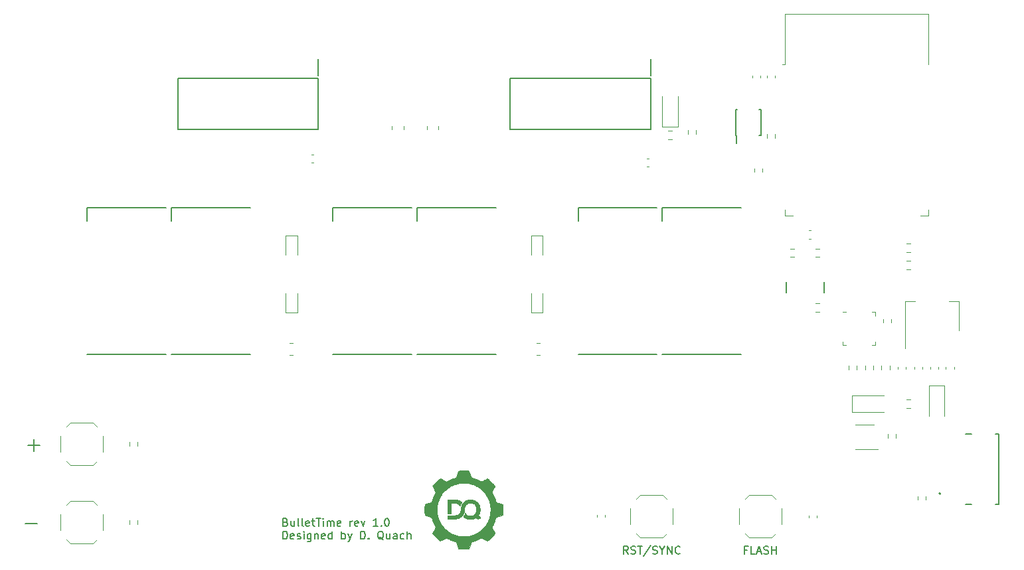
<source format=gbr>
G04 #@! TF.GenerationSoftware,KiCad,Pcbnew,(5.1.9)-1*
G04 #@! TF.CreationDate,2021-02-12T16:54:04+01:00*
G04 #@! TF.ProjectId,LTP305_ESP32_CLOCK,4c545033-3035-45f4-9553-5033325f434c,rev?*
G04 #@! TF.SameCoordinates,Original*
G04 #@! TF.FileFunction,Legend,Top*
G04 #@! TF.FilePolarity,Positive*
%FSLAX46Y46*%
G04 Gerber Fmt 4.6, Leading zero omitted, Abs format (unit mm)*
G04 Created by KiCad (PCBNEW (5.1.9)-1) date 2021-02-12 16:54:04*
%MOMM*%
%LPD*%
G01*
G04 APERTURE LIST*
%ADD10C,0.150000*%
%ADD11C,0.010000*%
%ADD12C,0.120000*%
%ADD13C,0.200000*%
%ADD14C,0.127000*%
%ADD15C,3.200000*%
%ADD16R,2.600000X2.600000*%
%ADD17R,0.650000X2.100000*%
%ADD18O,2.400000X1.200000*%
%ADD19O,2.316000X1.158000*%
%ADD20C,0.630000*%
%ADD21R,2.000000X1.000000*%
%ADD22C,0.600000*%
%ADD23R,1.000000X0.270000*%
%ADD24R,1.000000X0.520000*%
%ADD25R,1.200000X0.900000*%
%ADD26R,1.400000X1.200000*%
%ADD27R,1.400000X1.000000*%
%ADD28C,1.200000*%
%ADD29R,1.200000X1.200000*%
%ADD30R,0.650000X1.350000*%
%ADD31R,1.800000X1.100000*%
%ADD32R,3.800000X2.000000*%
%ADD33R,1.500000X2.000000*%
%ADD34R,0.400000X1.100000*%
%ADD35R,5.000000X5.000000*%
%ADD36R,2.000000X0.900000*%
%ADD37R,0.900000X2.000000*%
G04 APERTURE END LIST*
D10*
X150883928Y-140368571D02*
X151026785Y-140416190D01*
X151074404Y-140463809D01*
X151122023Y-140559047D01*
X151122023Y-140701904D01*
X151074404Y-140797142D01*
X151026785Y-140844761D01*
X150931547Y-140892380D01*
X150550595Y-140892380D01*
X150550595Y-139892380D01*
X150883928Y-139892380D01*
X150979166Y-139940000D01*
X151026785Y-139987619D01*
X151074404Y-140082857D01*
X151074404Y-140178095D01*
X151026785Y-140273333D01*
X150979166Y-140320952D01*
X150883928Y-140368571D01*
X150550595Y-140368571D01*
X151979166Y-140225714D02*
X151979166Y-140892380D01*
X151550595Y-140225714D02*
X151550595Y-140749523D01*
X151598214Y-140844761D01*
X151693452Y-140892380D01*
X151836309Y-140892380D01*
X151931547Y-140844761D01*
X151979166Y-140797142D01*
X152598214Y-140892380D02*
X152502976Y-140844761D01*
X152455357Y-140749523D01*
X152455357Y-139892380D01*
X153122023Y-140892380D02*
X153026785Y-140844761D01*
X152979166Y-140749523D01*
X152979166Y-139892380D01*
X153883928Y-140844761D02*
X153788690Y-140892380D01*
X153598214Y-140892380D01*
X153502976Y-140844761D01*
X153455357Y-140749523D01*
X153455357Y-140368571D01*
X153502976Y-140273333D01*
X153598214Y-140225714D01*
X153788690Y-140225714D01*
X153883928Y-140273333D01*
X153931547Y-140368571D01*
X153931547Y-140463809D01*
X153455357Y-140559047D01*
X154217261Y-140225714D02*
X154598214Y-140225714D01*
X154360119Y-139892380D02*
X154360119Y-140749523D01*
X154407738Y-140844761D01*
X154502976Y-140892380D01*
X154598214Y-140892380D01*
X154788690Y-139892380D02*
X155360119Y-139892380D01*
X155074404Y-140892380D02*
X155074404Y-139892380D01*
X155693452Y-140892380D02*
X155693452Y-140225714D01*
X155693452Y-139892380D02*
X155645833Y-139940000D01*
X155693452Y-139987619D01*
X155741071Y-139940000D01*
X155693452Y-139892380D01*
X155693452Y-139987619D01*
X156169642Y-140892380D02*
X156169642Y-140225714D01*
X156169642Y-140320952D02*
X156217261Y-140273333D01*
X156312500Y-140225714D01*
X156455357Y-140225714D01*
X156550595Y-140273333D01*
X156598214Y-140368571D01*
X156598214Y-140892380D01*
X156598214Y-140368571D02*
X156645833Y-140273333D01*
X156741071Y-140225714D01*
X156883928Y-140225714D01*
X156979166Y-140273333D01*
X157026785Y-140368571D01*
X157026785Y-140892380D01*
X157883928Y-140844761D02*
X157788690Y-140892380D01*
X157598214Y-140892380D01*
X157502976Y-140844761D01*
X157455357Y-140749523D01*
X157455357Y-140368571D01*
X157502976Y-140273333D01*
X157598214Y-140225714D01*
X157788690Y-140225714D01*
X157883928Y-140273333D01*
X157931547Y-140368571D01*
X157931547Y-140463809D01*
X157455357Y-140559047D01*
X159122023Y-140892380D02*
X159122023Y-140225714D01*
X159122023Y-140416190D02*
X159169642Y-140320952D01*
X159217261Y-140273333D01*
X159312500Y-140225714D01*
X159407738Y-140225714D01*
X160122023Y-140844761D02*
X160026785Y-140892380D01*
X159836309Y-140892380D01*
X159741071Y-140844761D01*
X159693452Y-140749523D01*
X159693452Y-140368571D01*
X159741071Y-140273333D01*
X159836309Y-140225714D01*
X160026785Y-140225714D01*
X160122023Y-140273333D01*
X160169642Y-140368571D01*
X160169642Y-140463809D01*
X159693452Y-140559047D01*
X160502976Y-140225714D02*
X160741071Y-140892380D01*
X160979166Y-140225714D01*
X162645833Y-140892380D02*
X162074404Y-140892380D01*
X162360119Y-140892380D02*
X162360119Y-139892380D01*
X162264880Y-140035238D01*
X162169642Y-140130476D01*
X162074404Y-140178095D01*
X163074404Y-140797142D02*
X163122023Y-140844761D01*
X163074404Y-140892380D01*
X163026785Y-140844761D01*
X163074404Y-140797142D01*
X163074404Y-140892380D01*
X163741071Y-139892380D02*
X163836309Y-139892380D01*
X163931547Y-139940000D01*
X163979166Y-139987619D01*
X164026785Y-140082857D01*
X164074404Y-140273333D01*
X164074404Y-140511428D01*
X164026785Y-140701904D01*
X163979166Y-140797142D01*
X163931547Y-140844761D01*
X163836309Y-140892380D01*
X163741071Y-140892380D01*
X163645833Y-140844761D01*
X163598214Y-140797142D01*
X163550595Y-140701904D01*
X163502976Y-140511428D01*
X163502976Y-140273333D01*
X163550595Y-140082857D01*
X163598214Y-139987619D01*
X163645833Y-139940000D01*
X163741071Y-139892380D01*
X150550595Y-142542380D02*
X150550595Y-141542380D01*
X150788690Y-141542380D01*
X150931547Y-141590000D01*
X151026785Y-141685238D01*
X151074404Y-141780476D01*
X151122023Y-141970952D01*
X151122023Y-142113809D01*
X151074404Y-142304285D01*
X151026785Y-142399523D01*
X150931547Y-142494761D01*
X150788690Y-142542380D01*
X150550595Y-142542380D01*
X151931547Y-142494761D02*
X151836309Y-142542380D01*
X151645833Y-142542380D01*
X151550595Y-142494761D01*
X151502976Y-142399523D01*
X151502976Y-142018571D01*
X151550595Y-141923333D01*
X151645833Y-141875714D01*
X151836309Y-141875714D01*
X151931547Y-141923333D01*
X151979166Y-142018571D01*
X151979166Y-142113809D01*
X151502976Y-142209047D01*
X152360119Y-142494761D02*
X152455357Y-142542380D01*
X152645833Y-142542380D01*
X152741071Y-142494761D01*
X152788690Y-142399523D01*
X152788690Y-142351904D01*
X152741071Y-142256666D01*
X152645833Y-142209047D01*
X152502976Y-142209047D01*
X152407738Y-142161428D01*
X152360119Y-142066190D01*
X152360119Y-142018571D01*
X152407738Y-141923333D01*
X152502976Y-141875714D01*
X152645833Y-141875714D01*
X152741071Y-141923333D01*
X153217261Y-142542380D02*
X153217261Y-141875714D01*
X153217261Y-141542380D02*
X153169642Y-141590000D01*
X153217261Y-141637619D01*
X153264880Y-141590000D01*
X153217261Y-141542380D01*
X153217261Y-141637619D01*
X154122023Y-141875714D02*
X154122023Y-142685238D01*
X154074404Y-142780476D01*
X154026785Y-142828095D01*
X153931547Y-142875714D01*
X153788690Y-142875714D01*
X153693452Y-142828095D01*
X154122023Y-142494761D02*
X154026785Y-142542380D01*
X153836309Y-142542380D01*
X153741071Y-142494761D01*
X153693452Y-142447142D01*
X153645833Y-142351904D01*
X153645833Y-142066190D01*
X153693452Y-141970952D01*
X153741071Y-141923333D01*
X153836309Y-141875714D01*
X154026785Y-141875714D01*
X154122023Y-141923333D01*
X154598214Y-141875714D02*
X154598214Y-142542380D01*
X154598214Y-141970952D02*
X154645833Y-141923333D01*
X154741071Y-141875714D01*
X154883928Y-141875714D01*
X154979166Y-141923333D01*
X155026785Y-142018571D01*
X155026785Y-142542380D01*
X155883928Y-142494761D02*
X155788690Y-142542380D01*
X155598214Y-142542380D01*
X155502976Y-142494761D01*
X155455357Y-142399523D01*
X155455357Y-142018571D01*
X155502976Y-141923333D01*
X155598214Y-141875714D01*
X155788690Y-141875714D01*
X155883928Y-141923333D01*
X155931547Y-142018571D01*
X155931547Y-142113809D01*
X155455357Y-142209047D01*
X156788690Y-142542380D02*
X156788690Y-141542380D01*
X156788690Y-142494761D02*
X156693452Y-142542380D01*
X156502976Y-142542380D01*
X156407738Y-142494761D01*
X156360119Y-142447142D01*
X156312500Y-142351904D01*
X156312500Y-142066190D01*
X156360119Y-141970952D01*
X156407738Y-141923333D01*
X156502976Y-141875714D01*
X156693452Y-141875714D01*
X156788690Y-141923333D01*
X158026785Y-142542380D02*
X158026785Y-141542380D01*
X158026785Y-141923333D02*
X158122023Y-141875714D01*
X158312500Y-141875714D01*
X158407738Y-141923333D01*
X158455357Y-141970952D01*
X158502976Y-142066190D01*
X158502976Y-142351904D01*
X158455357Y-142447142D01*
X158407738Y-142494761D01*
X158312500Y-142542380D01*
X158122023Y-142542380D01*
X158026785Y-142494761D01*
X158836309Y-141875714D02*
X159074404Y-142542380D01*
X159312500Y-141875714D02*
X159074404Y-142542380D01*
X158979166Y-142780476D01*
X158931547Y-142828095D01*
X158836309Y-142875714D01*
X160455357Y-142542380D02*
X160455357Y-141542380D01*
X160693452Y-141542380D01*
X160836309Y-141590000D01*
X160931547Y-141685238D01*
X160979166Y-141780476D01*
X161026785Y-141970952D01*
X161026785Y-142113809D01*
X160979166Y-142304285D01*
X160931547Y-142399523D01*
X160836309Y-142494761D01*
X160693452Y-142542380D01*
X160455357Y-142542380D01*
X161455357Y-142447142D02*
X161502976Y-142494761D01*
X161455357Y-142542380D01*
X161407738Y-142494761D01*
X161455357Y-142447142D01*
X161455357Y-142542380D01*
X163360119Y-142637619D02*
X163264880Y-142590000D01*
X163169642Y-142494761D01*
X163026785Y-142351904D01*
X162931547Y-142304285D01*
X162836309Y-142304285D01*
X162883928Y-142542380D02*
X162788690Y-142494761D01*
X162693452Y-142399523D01*
X162645833Y-142209047D01*
X162645833Y-141875714D01*
X162693452Y-141685238D01*
X162788690Y-141590000D01*
X162883928Y-141542380D01*
X163074404Y-141542380D01*
X163169642Y-141590000D01*
X163264880Y-141685238D01*
X163312500Y-141875714D01*
X163312500Y-142209047D01*
X163264880Y-142399523D01*
X163169642Y-142494761D01*
X163074404Y-142542380D01*
X162883928Y-142542380D01*
X164169642Y-141875714D02*
X164169642Y-142542380D01*
X163741071Y-141875714D02*
X163741071Y-142399523D01*
X163788690Y-142494761D01*
X163883928Y-142542380D01*
X164026785Y-142542380D01*
X164122023Y-142494761D01*
X164169642Y-142447142D01*
X165074404Y-142542380D02*
X165074404Y-142018571D01*
X165026785Y-141923333D01*
X164931547Y-141875714D01*
X164741071Y-141875714D01*
X164645833Y-141923333D01*
X165074404Y-142494761D02*
X164979166Y-142542380D01*
X164741071Y-142542380D01*
X164645833Y-142494761D01*
X164598214Y-142399523D01*
X164598214Y-142304285D01*
X164645833Y-142209047D01*
X164741071Y-142161428D01*
X164979166Y-142161428D01*
X165074404Y-142113809D01*
X165979166Y-142494761D02*
X165883928Y-142542380D01*
X165693452Y-142542380D01*
X165598214Y-142494761D01*
X165550595Y-142447142D01*
X165502976Y-142351904D01*
X165502976Y-142066190D01*
X165550595Y-141970952D01*
X165598214Y-141923333D01*
X165693452Y-141875714D01*
X165883928Y-141875714D01*
X165979166Y-141923333D01*
X166407738Y-142542380D02*
X166407738Y-141542380D01*
X166836309Y-142542380D02*
X166836309Y-142018571D01*
X166788690Y-141923333D01*
X166693452Y-141875714D01*
X166550595Y-141875714D01*
X166455357Y-141923333D01*
X166407738Y-141970952D01*
D11*
G36*
X172037777Y-137528398D02*
G01*
X172178022Y-137528572D01*
X172298299Y-137529168D01*
X172400861Y-137530348D01*
X172487962Y-137532277D01*
X172561855Y-137535119D01*
X172624792Y-137539039D01*
X172679028Y-137544199D01*
X172726814Y-137550764D01*
X172770405Y-137558898D01*
X172812053Y-137568766D01*
X172854011Y-137580530D01*
X172885046Y-137590068D01*
X173010187Y-137636902D01*
X173123119Y-137695793D01*
X173231164Y-137770784D01*
X173271003Y-137803114D01*
X173329230Y-137852090D01*
X173283229Y-137919829D01*
X173246914Y-137978153D01*
X173208782Y-138047516D01*
X173172627Y-138120335D01*
X173142243Y-138189026D01*
X173123764Y-138238579D01*
X173112310Y-138271769D01*
X173104303Y-138286755D01*
X173096981Y-138286669D01*
X173089495Y-138277468D01*
X173008496Y-138178147D01*
X172914215Y-138096630D01*
X172806762Y-138033003D01*
X172733776Y-138002648D01*
X172635000Y-137967428D01*
X172293333Y-137963699D01*
X171951666Y-137959971D01*
X171951666Y-139272777D01*
X171496111Y-139272777D01*
X171496111Y-137528333D01*
X172037777Y-137528398D01*
G37*
X172037777Y-137528398D02*
X172178022Y-137528572D01*
X172298299Y-137529168D01*
X172400861Y-137530348D01*
X172487962Y-137532277D01*
X172561855Y-137535119D01*
X172624792Y-137539039D01*
X172679028Y-137544199D01*
X172726814Y-137550764D01*
X172770405Y-137558898D01*
X172812053Y-137568766D01*
X172854011Y-137580530D01*
X172885046Y-137590068D01*
X173010187Y-137636902D01*
X173123119Y-137695793D01*
X173231164Y-137770784D01*
X173271003Y-137803114D01*
X173329230Y-137852090D01*
X173283229Y-137919829D01*
X173246914Y-137978153D01*
X173208782Y-138047516D01*
X173172627Y-138120335D01*
X173142243Y-138189026D01*
X173123764Y-138238579D01*
X173112310Y-138271769D01*
X173104303Y-138286755D01*
X173096981Y-138286669D01*
X173089495Y-138277468D01*
X173008496Y-138178147D01*
X172914215Y-138096630D01*
X172806762Y-138033003D01*
X172733776Y-138002648D01*
X172635000Y-137967428D01*
X172293333Y-137963699D01*
X171951666Y-137959971D01*
X171951666Y-139272777D01*
X171496111Y-139272777D01*
X171496111Y-137528333D01*
X172037777Y-137528398D01*
G36*
X174546519Y-137533837D02*
G01*
X174683115Y-137548811D01*
X174800505Y-137572480D01*
X174949373Y-137621543D01*
X175086625Y-137689127D01*
X175211318Y-137774258D01*
X175322506Y-137875964D01*
X175419244Y-137993273D01*
X175500588Y-138125213D01*
X175565593Y-138270809D01*
X175606724Y-138402353D01*
X175638477Y-138566992D01*
X175650770Y-138734986D01*
X175644022Y-138903246D01*
X175618652Y-139068684D01*
X175575078Y-139228212D01*
X175513718Y-139378741D01*
X175461180Y-139475827D01*
X175435876Y-139517766D01*
X175573888Y-139656111D01*
X175711901Y-139794455D01*
X175679111Y-139828680D01*
X175651889Y-139851387D01*
X175613030Y-139877044D01*
X175574228Y-139898396D01*
X175537754Y-139915375D01*
X175507448Y-139925858D01*
X175475645Y-139931362D01*
X175434680Y-139933401D01*
X175396344Y-139933579D01*
X175342839Y-139932587D01*
X175304153Y-139929090D01*
X175272913Y-139921755D01*
X175241745Y-139909247D01*
X175229444Y-139903379D01*
X175191012Y-139883041D01*
X175156645Y-139862265D01*
X175140033Y-139850425D01*
X175111734Y-139827363D01*
X175023367Y-139870993D01*
X174917407Y-139917845D01*
X174811972Y-139952519D01*
X174701923Y-139976072D01*
X174582123Y-139989562D01*
X174447434Y-139994044D01*
X174425211Y-139994002D01*
X174357214Y-139992534D01*
X174288546Y-139989209D01*
X174226261Y-139984485D01*
X174177417Y-139978820D01*
X174168333Y-139977345D01*
X174053581Y-139950766D01*
X173938928Y-139912459D01*
X173830567Y-139864985D01*
X173734690Y-139810905D01*
X173689761Y-139779456D01*
X173645252Y-139744309D01*
X173605928Y-139711119D01*
X173575938Y-139683535D01*
X173559431Y-139665204D01*
X173558899Y-139664380D01*
X173561429Y-139650472D01*
X173574315Y-139622710D01*
X173595303Y-139585536D01*
X173614173Y-139555426D01*
X173641316Y-139511161D01*
X173670138Y-139459797D01*
X173698442Y-139405796D01*
X173724032Y-139353619D01*
X173744712Y-139307727D01*
X173758284Y-139272579D01*
X173762605Y-139253989D01*
X173767640Y-139237313D01*
X173782011Y-139240741D01*
X173805659Y-139264236D01*
X173829497Y-139295073D01*
X173908960Y-139386050D01*
X174004053Y-139461327D01*
X174114448Y-139520670D01*
X174179444Y-139545715D01*
X174275067Y-139569674D01*
X174381475Y-139582096D01*
X174490266Y-139582657D01*
X174593038Y-139571033D01*
X174629788Y-139563097D01*
X174752191Y-139521590D01*
X174862331Y-139462307D01*
X174959185Y-139386643D01*
X175041732Y-139295991D01*
X175108949Y-139191745D01*
X175159816Y-139075300D01*
X175193310Y-138948048D01*
X175208409Y-138811384D01*
X175209200Y-138772777D01*
X175200556Y-138620628D01*
X175174073Y-138481706D01*
X175129734Y-138355966D01*
X175067523Y-138243363D01*
X174987423Y-138143852D01*
X174977960Y-138134146D01*
X174891045Y-138061924D01*
X174789939Y-138004633D01*
X174677619Y-137963094D01*
X174557062Y-137938126D01*
X174431244Y-137930552D01*
X174303143Y-137941191D01*
X174287397Y-137943793D01*
X174159493Y-137975594D01*
X174046292Y-138023973D01*
X173947302Y-138089290D01*
X173862034Y-138171906D01*
X173789996Y-138272180D01*
X173756379Y-138333888D01*
X173718695Y-138417402D01*
X173692094Y-138495428D01*
X173675047Y-138574901D01*
X173666030Y-138662755D01*
X173663516Y-138755818D01*
X173653404Y-138926069D01*
X173624088Y-139087953D01*
X173576028Y-139240220D01*
X173509688Y-139381616D01*
X173425530Y-139510891D01*
X173352539Y-139597498D01*
X173269339Y-139678819D01*
X173185043Y-139744655D01*
X173091855Y-139800707D01*
X173037812Y-139827638D01*
X172984075Y-139852406D01*
X172934576Y-139873618D01*
X172887099Y-139891548D01*
X172839433Y-139906468D01*
X172789362Y-139918654D01*
X172734674Y-139928379D01*
X172673153Y-139935917D01*
X172602588Y-139941542D01*
X172520764Y-139945528D01*
X172425467Y-139948148D01*
X172314484Y-139949677D01*
X172185601Y-139950388D01*
X172044301Y-139950555D01*
X171496111Y-139950555D01*
X171496111Y-139518865D01*
X172048888Y-139514566D01*
X172174629Y-139513549D01*
X172280271Y-139512560D01*
X172367941Y-139511504D01*
X172439761Y-139510286D01*
X172497856Y-139508813D01*
X172544350Y-139506990D01*
X172581369Y-139504722D01*
X172611035Y-139501915D01*
X172635473Y-139498474D01*
X172656807Y-139494306D01*
X172677162Y-139489316D01*
X172688930Y-139486126D01*
X172806274Y-139442592D01*
X172911723Y-139380986D01*
X173003699Y-139302917D01*
X173080624Y-139209998D01*
X173140919Y-139103837D01*
X173183005Y-138986046D01*
X173184408Y-138980646D01*
X173192821Y-138938832D01*
X173201331Y-138880878D01*
X173209184Y-138812847D01*
X173215625Y-138740805D01*
X173217460Y-138714943D01*
X173229393Y-138583263D01*
X173247450Y-138467878D01*
X173272891Y-138363398D01*
X173306977Y-138264436D01*
X173341411Y-138185424D01*
X173420072Y-138042773D01*
X173512806Y-137917320D01*
X173619619Y-137809059D01*
X173740519Y-137717983D01*
X173875511Y-137644089D01*
X174024603Y-137587372D01*
X174146111Y-137556011D01*
X174270569Y-137537249D01*
X174406521Y-137529920D01*
X174546519Y-137533837D01*
G37*
X174546519Y-137533837D02*
X174683115Y-137548811D01*
X174800505Y-137572480D01*
X174949373Y-137621543D01*
X175086625Y-137689127D01*
X175211318Y-137774258D01*
X175322506Y-137875964D01*
X175419244Y-137993273D01*
X175500588Y-138125213D01*
X175565593Y-138270809D01*
X175606724Y-138402353D01*
X175638477Y-138566992D01*
X175650770Y-138734986D01*
X175644022Y-138903246D01*
X175618652Y-139068684D01*
X175575078Y-139228212D01*
X175513718Y-139378741D01*
X175461180Y-139475827D01*
X175435876Y-139517766D01*
X175573888Y-139656111D01*
X175711901Y-139794455D01*
X175679111Y-139828680D01*
X175651889Y-139851387D01*
X175613030Y-139877044D01*
X175574228Y-139898396D01*
X175537754Y-139915375D01*
X175507448Y-139925858D01*
X175475645Y-139931362D01*
X175434680Y-139933401D01*
X175396344Y-139933579D01*
X175342839Y-139932587D01*
X175304153Y-139929090D01*
X175272913Y-139921755D01*
X175241745Y-139909247D01*
X175229444Y-139903379D01*
X175191012Y-139883041D01*
X175156645Y-139862265D01*
X175140033Y-139850425D01*
X175111734Y-139827363D01*
X175023367Y-139870993D01*
X174917407Y-139917845D01*
X174811972Y-139952519D01*
X174701923Y-139976072D01*
X174582123Y-139989562D01*
X174447434Y-139994044D01*
X174425211Y-139994002D01*
X174357214Y-139992534D01*
X174288546Y-139989209D01*
X174226261Y-139984485D01*
X174177417Y-139978820D01*
X174168333Y-139977345D01*
X174053581Y-139950766D01*
X173938928Y-139912459D01*
X173830567Y-139864985D01*
X173734690Y-139810905D01*
X173689761Y-139779456D01*
X173645252Y-139744309D01*
X173605928Y-139711119D01*
X173575938Y-139683535D01*
X173559431Y-139665204D01*
X173558899Y-139664380D01*
X173561429Y-139650472D01*
X173574315Y-139622710D01*
X173595303Y-139585536D01*
X173614173Y-139555426D01*
X173641316Y-139511161D01*
X173670138Y-139459797D01*
X173698442Y-139405796D01*
X173724032Y-139353619D01*
X173744712Y-139307727D01*
X173758284Y-139272579D01*
X173762605Y-139253989D01*
X173767640Y-139237313D01*
X173782011Y-139240741D01*
X173805659Y-139264236D01*
X173829497Y-139295073D01*
X173908960Y-139386050D01*
X174004053Y-139461327D01*
X174114448Y-139520670D01*
X174179444Y-139545715D01*
X174275067Y-139569674D01*
X174381475Y-139582096D01*
X174490266Y-139582657D01*
X174593038Y-139571033D01*
X174629788Y-139563097D01*
X174752191Y-139521590D01*
X174862331Y-139462307D01*
X174959185Y-139386643D01*
X175041732Y-139295991D01*
X175108949Y-139191745D01*
X175159816Y-139075300D01*
X175193310Y-138948048D01*
X175208409Y-138811384D01*
X175209200Y-138772777D01*
X175200556Y-138620628D01*
X175174073Y-138481706D01*
X175129734Y-138355966D01*
X175067523Y-138243363D01*
X174987423Y-138143852D01*
X174977960Y-138134146D01*
X174891045Y-138061924D01*
X174789939Y-138004633D01*
X174677619Y-137963094D01*
X174557062Y-137938126D01*
X174431244Y-137930552D01*
X174303143Y-137941191D01*
X174287397Y-137943793D01*
X174159493Y-137975594D01*
X174046292Y-138023973D01*
X173947302Y-138089290D01*
X173862034Y-138171906D01*
X173789996Y-138272180D01*
X173756379Y-138333888D01*
X173718695Y-138417402D01*
X173692094Y-138495428D01*
X173675047Y-138574901D01*
X173666030Y-138662755D01*
X173663516Y-138755818D01*
X173653404Y-138926069D01*
X173624088Y-139087953D01*
X173576028Y-139240220D01*
X173509688Y-139381616D01*
X173425530Y-139510891D01*
X173352539Y-139597498D01*
X173269339Y-139678819D01*
X173185043Y-139744655D01*
X173091855Y-139800707D01*
X173037812Y-139827638D01*
X172984075Y-139852406D01*
X172934576Y-139873618D01*
X172887099Y-139891548D01*
X172839433Y-139906468D01*
X172789362Y-139918654D01*
X172734674Y-139928379D01*
X172673153Y-139935917D01*
X172602588Y-139941542D01*
X172520764Y-139945528D01*
X172425467Y-139948148D01*
X172314484Y-139949677D01*
X172185601Y-139950388D01*
X172044301Y-139950555D01*
X171496111Y-139950555D01*
X171496111Y-139518865D01*
X172048888Y-139514566D01*
X172174629Y-139513549D01*
X172280271Y-139512560D01*
X172367941Y-139511504D01*
X172439761Y-139510286D01*
X172497856Y-139508813D01*
X172544350Y-139506990D01*
X172581369Y-139504722D01*
X172611035Y-139501915D01*
X172635473Y-139498474D01*
X172656807Y-139494306D01*
X172677162Y-139489316D01*
X172688930Y-139486126D01*
X172806274Y-139442592D01*
X172911723Y-139380986D01*
X173003699Y-139302917D01*
X173080624Y-139209998D01*
X173140919Y-139103837D01*
X173183005Y-138986046D01*
X173184408Y-138980646D01*
X173192821Y-138938832D01*
X173201331Y-138880878D01*
X173209184Y-138812847D01*
X173215625Y-138740805D01*
X173217460Y-138714943D01*
X173229393Y-138583263D01*
X173247450Y-138467878D01*
X173272891Y-138363398D01*
X173306977Y-138264436D01*
X173341411Y-138185424D01*
X173420072Y-138042773D01*
X173512806Y-137917320D01*
X173619619Y-137809059D01*
X173740519Y-137717983D01*
X173875511Y-137644089D01*
X174024603Y-137587372D01*
X174146111Y-137556011D01*
X174270569Y-137537249D01*
X174406521Y-137529920D01*
X174546519Y-137533837D01*
G36*
X173670402Y-133802908D02*
G01*
X173763758Y-133805846D01*
X173860282Y-133810368D01*
X173955190Y-133816172D01*
X174043696Y-133822954D01*
X174121016Y-133830411D01*
X174182364Y-133838240D01*
X174197225Y-133840665D01*
X174270563Y-133853520D01*
X174412616Y-134279791D01*
X174554670Y-134706063D01*
X174600390Y-134718152D01*
X174635141Y-134727566D01*
X174680872Y-134740246D01*
X174723888Y-134752371D01*
X174769070Y-134765216D01*
X174811439Y-134777241D01*
X174840555Y-134785484D01*
X174892360Y-134801402D01*
X174957052Y-134823158D01*
X175027487Y-134848168D01*
X175096525Y-134873852D01*
X175157023Y-134897625D01*
X175193662Y-134913170D01*
X175226642Y-134927399D01*
X175251071Y-134936941D01*
X175259861Y-134939444D01*
X175274284Y-134944412D01*
X175304711Y-134958106D01*
X175347581Y-134978708D01*
X175399335Y-135004400D01*
X175456414Y-135033365D01*
X175515258Y-135063786D01*
X175572308Y-135093845D01*
X175624006Y-135121724D01*
X175666790Y-135145606D01*
X175688168Y-135158146D01*
X175729615Y-135182794D01*
X175763952Y-135202401D01*
X175786805Y-135214514D01*
X175793622Y-135217222D01*
X175804961Y-135212412D01*
X175833993Y-135198690D01*
X175878553Y-135177117D01*
X175936474Y-135148756D01*
X176005592Y-135114668D01*
X176083741Y-135075914D01*
X176168757Y-135033556D01*
X176195887Y-135020000D01*
X176282577Y-134976660D01*
X176363033Y-134936451D01*
X176435090Y-134900455D01*
X176496587Y-134869750D01*
X176545358Y-134845416D01*
X176579243Y-134828534D01*
X176596076Y-134820184D01*
X176597486Y-134819500D01*
X176608611Y-134824737D01*
X176633302Y-134841579D01*
X176668090Y-134867363D01*
X176709508Y-134899421D01*
X176754087Y-134935090D01*
X176798359Y-134971703D01*
X176823888Y-134993497D01*
X176900275Y-135061376D01*
X176979111Y-135134571D01*
X177058816Y-135211357D01*
X177137813Y-135290007D01*
X177214521Y-135368796D01*
X177287364Y-135445996D01*
X177354761Y-135519882D01*
X177415134Y-135588727D01*
X177466904Y-135650805D01*
X177508492Y-135704391D01*
X177538320Y-135747757D01*
X177554809Y-135779177D01*
X177557148Y-135795232D01*
X177550757Y-135809762D01*
X177535516Y-135841810D01*
X177512570Y-135889050D01*
X177483061Y-135949152D01*
X177448134Y-136019788D01*
X177408933Y-136098628D01*
X177366601Y-136183344D01*
X177362280Y-136191969D01*
X177319912Y-136277037D01*
X177280872Y-136356436D01*
X177246259Y-136427847D01*
X177217176Y-136488955D01*
X177194724Y-136537441D01*
X177180005Y-136570988D01*
X177174120Y-136587280D01*
X177174060Y-136587901D01*
X177179484Y-136606106D01*
X177194169Y-136637708D01*
X177215496Y-136677325D01*
X177228164Y-136699012D01*
X177250573Y-136738362D01*
X177279742Y-136792486D01*
X177313209Y-136856519D01*
X177348514Y-136925598D01*
X177383199Y-136994856D01*
X177414802Y-137059430D01*
X177440864Y-137114454D01*
X177458925Y-137155063D01*
X177459610Y-137156714D01*
X177529827Y-137338708D01*
X177593548Y-137527012D01*
X177641262Y-137689444D01*
X177655237Y-137740544D01*
X177667196Y-137783227D01*
X177675932Y-137813257D01*
X177680238Y-137826400D01*
X177680357Y-137826598D01*
X177691201Y-137830844D01*
X177720876Y-137841357D01*
X177767135Y-137857368D01*
X177827732Y-137878109D01*
X177900417Y-137902812D01*
X177982944Y-137930709D01*
X178073066Y-137961031D01*
X178106788Y-137972344D01*
X178199141Y-138003369D01*
X178284752Y-138032261D01*
X178361366Y-138058249D01*
X178426728Y-138080563D01*
X178478581Y-138098431D01*
X178514670Y-138111081D01*
X178532739Y-138117743D01*
X178534394Y-138118523D01*
X178538288Y-138132471D01*
X178543171Y-138165633D01*
X178548771Y-138215040D01*
X178554811Y-138277720D01*
X178561017Y-138350702D01*
X178567115Y-138431015D01*
X178572829Y-138515687D01*
X178576056Y-138569030D01*
X178581408Y-138724293D01*
X178580796Y-138893415D01*
X178574458Y-139068918D01*
X178562636Y-139243323D01*
X178550503Y-139367222D01*
X178538026Y-139478333D01*
X178153179Y-139605652D01*
X178041253Y-139642641D01*
X177948514Y-139673348D01*
X177873096Y-139698606D01*
X177813135Y-139719248D01*
X177766766Y-139736108D01*
X177732123Y-139750020D01*
X177707341Y-139761816D01*
X177690556Y-139772332D01*
X177679901Y-139782399D01*
X177673513Y-139792851D01*
X177669525Y-139804522D01*
X177666073Y-139818246D01*
X177664560Y-139824004D01*
X177637147Y-139921494D01*
X177609597Y-140014728D01*
X177583045Y-140100134D01*
X177558628Y-140174145D01*
X177537482Y-140233190D01*
X177522948Y-140268901D01*
X177512209Y-140296162D01*
X177507259Y-140315335D01*
X177507222Y-140316274D01*
X177502201Y-140335796D01*
X177496528Y-140347928D01*
X177485629Y-140369682D01*
X177470943Y-140401533D01*
X177455242Y-140437113D01*
X177441295Y-140470050D01*
X177431873Y-140493974D01*
X177429444Y-140502163D01*
X177424530Y-140515934D01*
X177411015Y-140545682D01*
X177390737Y-140587763D01*
X177365534Y-140638535D01*
X177337245Y-140694359D01*
X177307708Y-140751591D01*
X177278763Y-140806590D01*
X177252247Y-140855714D01*
X177238163Y-140881041D01*
X177212861Y-140927065D01*
X177192247Y-140966881D01*
X177178528Y-140996067D01*
X177173888Y-141009866D01*
X177178713Y-141022821D01*
X177192474Y-141053396D01*
X177214102Y-141099370D01*
X177242526Y-141158522D01*
X177276677Y-141228631D01*
X177315485Y-141307474D01*
X177357881Y-141392830D01*
X177370018Y-141417134D01*
X177427597Y-141533155D01*
X177474592Y-141629732D01*
X177510995Y-141706850D01*
X177536801Y-141764496D01*
X177552001Y-141802654D01*
X177556591Y-141821309D01*
X177556129Y-141822860D01*
X177543158Y-141840988D01*
X177525295Y-141866678D01*
X177524085Y-141868441D01*
X177483046Y-141923725D01*
X177428207Y-141990784D01*
X177362391Y-142066641D01*
X177288421Y-142148321D01*
X177209119Y-142232849D01*
X177127307Y-142317249D01*
X177045808Y-142398546D01*
X176967445Y-142473765D01*
X176895039Y-142539930D01*
X176851359Y-142577634D01*
X176810583Y-142611984D01*
X176776223Y-142641273D01*
X176751768Y-142662502D01*
X176740707Y-142672675D01*
X176740555Y-142672855D01*
X176728227Y-142683814D01*
X176704172Y-142702373D01*
X176673986Y-142724521D01*
X176643269Y-142746243D01*
X176617615Y-142763527D01*
X176602623Y-142772360D01*
X176601190Y-142772777D01*
X176590032Y-142767979D01*
X176561178Y-142754297D01*
X176516803Y-142732794D01*
X176459082Y-142704537D01*
X176390188Y-142670591D01*
X176312297Y-142632023D01*
X176227582Y-142589896D01*
X176204387Y-142578333D01*
X176117919Y-142535378D01*
X176037395Y-142495712D01*
X175965039Y-142460406D01*
X175903078Y-142430531D01*
X175853735Y-142407159D01*
X175819236Y-142391358D01*
X175801805Y-142384202D01*
X175800370Y-142383888D01*
X175783387Y-142388939D01*
X175754541Y-142401666D01*
X175721092Y-142418430D01*
X175690304Y-142435593D01*
X175669499Y-142449464D01*
X175655517Y-142457940D01*
X175626180Y-142473860D01*
X175585464Y-142495216D01*
X175537342Y-142519997D01*
X175485787Y-142546194D01*
X175434774Y-142571799D01*
X175388277Y-142594802D01*
X175350268Y-142613194D01*
X175324723Y-142624966D01*
X175315859Y-142628270D01*
X175302144Y-142632643D01*
X175274986Y-142643890D01*
X175249192Y-142655479D01*
X175155224Y-142695982D01*
X175045234Y-142738368D01*
X174925078Y-142780625D01*
X174800615Y-142820740D01*
X174677699Y-142856701D01*
X174614230Y-142873634D01*
X174578847Y-142885244D01*
X174558335Y-142900294D01*
X174546257Y-142921815D01*
X174539663Y-142939954D01*
X174526952Y-142976611D01*
X174508996Y-143029210D01*
X174486665Y-143095174D01*
X174460833Y-143171927D01*
X174432371Y-143256892D01*
X174402152Y-143347494D01*
X174400467Y-143352558D01*
X174268547Y-143749005D01*
X174173995Y-143756540D01*
X174122758Y-143761328D01*
X174073192Y-143767142D01*
X174034671Y-143772861D01*
X174029444Y-143773831D01*
X174001182Y-143777166D01*
X173954319Y-143780208D01*
X173892474Y-143782905D01*
X173819269Y-143785206D01*
X173738321Y-143787058D01*
X173653253Y-143788411D01*
X173567682Y-143789212D01*
X173485229Y-143789409D01*
X173409514Y-143788951D01*
X173344157Y-143787786D01*
X173292778Y-143785862D01*
X173273888Y-143784634D01*
X173214168Y-143779557D01*
X173150630Y-143773613D01*
X173087214Y-143767235D01*
X173027861Y-143760854D01*
X172976510Y-143754904D01*
X172937101Y-143749815D01*
X172913574Y-143746021D01*
X172908745Y-143744571D01*
X172904437Y-143733489D01*
X172893958Y-143703691D01*
X172878117Y-143657559D01*
X172857723Y-143597475D01*
X172833584Y-143525821D01*
X172806510Y-143444979D01*
X172778023Y-143359486D01*
X172740791Y-143247264D01*
X172709947Y-143154232D01*
X172684686Y-143078555D01*
X172664205Y-143018395D01*
X172647701Y-142971917D01*
X172634370Y-142937284D01*
X172623408Y-142912661D01*
X172614013Y-142896210D01*
X172605380Y-142886096D01*
X172596706Y-142880482D01*
X172587187Y-142877532D01*
X172576020Y-142875410D01*
X172565144Y-142873019D01*
X172492458Y-142853807D01*
X172421807Y-142834342D01*
X172356731Y-142815673D01*
X172300767Y-142798851D01*
X172257453Y-142784926D01*
X172230329Y-142774948D01*
X172223888Y-142771730D01*
X172206119Y-142764458D01*
X172177581Y-142756712D01*
X172174253Y-142755981D01*
X172143077Y-142747744D01*
X172119709Y-142738954D01*
X172118698Y-142738421D01*
X172091195Y-142724814D01*
X172056826Y-142709649D01*
X172022770Y-142695862D01*
X171996203Y-142686392D01*
X171985458Y-142683888D01*
X171966309Y-142678995D01*
X171954293Y-142673499D01*
X171938292Y-142665459D01*
X171905904Y-142649617D01*
X171860796Y-142627751D01*
X171806631Y-142601639D01*
X171757222Y-142577919D01*
X171691100Y-142545565D01*
X171624272Y-142511694D01*
X171562540Y-142479329D01*
X171511710Y-142451490D01*
X171489012Y-142438308D01*
X171447387Y-142414536D01*
X171411009Y-142396070D01*
X171385256Y-142385534D01*
X171377901Y-142384060D01*
X171363576Y-142388942D01*
X171331750Y-142402776D01*
X171284740Y-142424459D01*
X171224862Y-142452891D01*
X171154435Y-142486969D01*
X171075774Y-142525592D01*
X170991197Y-142567659D01*
X170981969Y-142572280D01*
X170896778Y-142614868D01*
X170817217Y-142654443D01*
X170745615Y-142689860D01*
X170684306Y-142719976D01*
X170635620Y-142743645D01*
X170601889Y-142759722D01*
X170585446Y-142767062D01*
X170584851Y-142767269D01*
X170564305Y-142763516D01*
X170530608Y-142744819D01*
X170485429Y-142712792D01*
X170430438Y-142669050D01*
X170367302Y-142615207D01*
X170297691Y-142552879D01*
X170223274Y-142483680D01*
X170145719Y-142409224D01*
X170066695Y-142331127D01*
X169987872Y-142251003D01*
X169910919Y-142170466D01*
X169837503Y-142091131D01*
X169769295Y-142014614D01*
X169707962Y-141942528D01*
X169655175Y-141876489D01*
X169631602Y-141845000D01*
X169607341Y-141811666D01*
X169807281Y-141412934D01*
X169850891Y-141325763D01*
X169891220Y-141244758D01*
X169927211Y-141172075D01*
X169957805Y-141109867D01*
X169981944Y-141060291D01*
X169998570Y-141025502D01*
X170006624Y-141007653D01*
X170007222Y-141005810D01*
X170001883Y-140993365D01*
X169987430Y-140966162D01*
X169966203Y-140928483D01*
X169945779Y-140893440D01*
X169897251Y-140808409D01*
X169850726Y-140720467D01*
X169804631Y-140626223D01*
X169757394Y-140522288D01*
X169707440Y-140405270D01*
X169653196Y-140271781D01*
X169629416Y-140211666D01*
X169610152Y-140158454D01*
X169587764Y-140089865D01*
X169564154Y-140012169D01*
X169541225Y-139931636D01*
X169520876Y-139854536D01*
X169519879Y-139850555D01*
X169499060Y-139767222D01*
X169117030Y-139639106D01*
X169029079Y-139609532D01*
X168947662Y-139582004D01*
X168875214Y-139557354D01*
X168814170Y-139536421D01*
X168766967Y-139520037D01*
X168736040Y-139509039D01*
X168723888Y-139504302D01*
X168705766Y-139497361D01*
X168678354Y-139490238D01*
X168659819Y-139484838D01*
X168648172Y-139474908D01*
X168640307Y-139455068D01*
X168633117Y-139419937D01*
X168631103Y-139408376D01*
X168623902Y-139356858D01*
X168616704Y-139287960D01*
X168609825Y-139206522D01*
X168603579Y-139117385D01*
X168598282Y-139025389D01*
X168594249Y-138935373D01*
X168591794Y-138852179D01*
X168591440Y-138819276D01*
X170172777Y-138819276D01*
X170174273Y-138931421D01*
X170177815Y-139037992D01*
X170183402Y-139134375D01*
X170191031Y-139215957D01*
X170196474Y-139255183D01*
X170215872Y-139369667D01*
X170234678Y-139471925D01*
X170252338Y-139559150D01*
X170268299Y-139628536D01*
X170275596Y-139656111D01*
X170289488Y-139705746D01*
X170303622Y-139756759D01*
X170313385Y-139792411D01*
X170325688Y-139832640D01*
X170344441Y-139887778D01*
X170367565Y-139952213D01*
X170392977Y-140020336D01*
X170418598Y-140086535D01*
X170442344Y-140145202D01*
X170456539Y-140178333D01*
X170565749Y-140401334D01*
X170693292Y-140620417D01*
X170835393Y-140829394D01*
X170924107Y-140944915D01*
X171025800Y-141063605D01*
X171143688Y-141187632D01*
X171273769Y-141313067D01*
X171412041Y-141435976D01*
X171490555Y-141501420D01*
X171526111Y-141528638D01*
X171575592Y-141564214D01*
X171634032Y-141604800D01*
X171696466Y-141647048D01*
X171757929Y-141687609D01*
X171813457Y-141723137D01*
X171858083Y-141750284D01*
X171868333Y-141756142D01*
X171951386Y-141802176D01*
X172019418Y-141838863D01*
X172076466Y-141868280D01*
X172126570Y-141892502D01*
X172173771Y-141913606D01*
X172179612Y-141916105D01*
X172224798Y-141935417D01*
X172266119Y-141953209D01*
X172296283Y-141966337D01*
X172301666Y-141968717D01*
X172336671Y-141983012D01*
X172386907Y-142001882D01*
X172446406Y-142023237D01*
X172509201Y-142044987D01*
X172569325Y-142065039D01*
X172620810Y-142081304D01*
X172635000Y-142085516D01*
X172683292Y-142098936D01*
X172734714Y-142111885D01*
X172794071Y-142125468D01*
X172866173Y-142140791D01*
X172946111Y-142157018D01*
X173122818Y-142186018D01*
X173311811Y-142205546D01*
X173506072Y-142215343D01*
X173698585Y-142215149D01*
X173882332Y-142204706D01*
X173973888Y-142194912D01*
X174064667Y-142182925D01*
X174143425Y-142171283D01*
X174219047Y-142158505D01*
X174300419Y-142143113D01*
X174373888Y-142128278D01*
X174424163Y-142116546D01*
X174486848Y-142099854D01*
X174556145Y-142079960D01*
X174626257Y-142058622D01*
X174691384Y-142037597D01*
X174745729Y-142018644D01*
X174779444Y-142005332D01*
X174801944Y-141996072D01*
X174836357Y-141982518D01*
X174862777Y-141972358D01*
X175006364Y-141911903D01*
X175158184Y-141837358D01*
X175312501Y-141751916D01*
X175463579Y-141658769D01*
X175605681Y-141561110D01*
X175618333Y-141551841D01*
X175735244Y-141459971D01*
X175857433Y-141353579D01*
X175980293Y-141237268D01*
X176099221Y-141115643D01*
X176209611Y-140993307D01*
X176306858Y-140874864D01*
X176341981Y-140828333D01*
X176431024Y-140700138D01*
X176517513Y-140562754D01*
X176598496Y-140421483D01*
X176671022Y-140281625D01*
X176732140Y-140148482D01*
X176762578Y-140072777D01*
X176776933Y-140035291D01*
X176789493Y-140003507D01*
X176795332Y-139989444D01*
X176811835Y-139947036D01*
X176831867Y-139888320D01*
X176853828Y-139818613D01*
X176876121Y-139743230D01*
X176897147Y-139667486D01*
X176915309Y-139596698D01*
X176922271Y-139567222D01*
X176959079Y-139376409D01*
X176985747Y-139174266D01*
X177001884Y-138967244D01*
X177007099Y-138761794D01*
X177000999Y-138564366D01*
X176990595Y-138441690D01*
X176983062Y-138374559D01*
X176976275Y-138320098D01*
X176969139Y-138271483D01*
X176960558Y-138221891D01*
X176949438Y-138164495D01*
X176934682Y-138092472D01*
X176934053Y-138089444D01*
X176913617Y-137998973D01*
X176888930Y-137902409D01*
X176861531Y-137804894D01*
X176832956Y-137711573D01*
X176804743Y-137627589D01*
X176778427Y-137558087D01*
X176768057Y-137533888D01*
X176756003Y-137506230D01*
X176739348Y-137466933D01*
X176723280Y-137428333D01*
X176699899Y-137375364D01*
X176668329Y-137309156D01*
X176631566Y-137235674D01*
X176592605Y-137160881D01*
X176554442Y-137090741D01*
X176547472Y-137078333D01*
X176445739Y-136913948D01*
X176326041Y-136747478D01*
X176191858Y-136582667D01*
X176046667Y-136423260D01*
X175893948Y-136273003D01*
X175737179Y-136135641D01*
X175579839Y-136014919D01*
X175523888Y-135976361D01*
X175480805Y-135947570D01*
X175438546Y-135919276D01*
X175405333Y-135896984D01*
X175401666Y-135894517D01*
X175319962Y-135843783D01*
X175219455Y-135788645D01*
X175102810Y-135730428D01*
X174972694Y-135670461D01*
X174831774Y-135610072D01*
X174823888Y-135606817D01*
X174722747Y-135568408D01*
X174615030Y-135533055D01*
X174546111Y-135513453D01*
X174523242Y-135507136D01*
X174488277Y-135497164D01*
X174462777Y-135489774D01*
X174372764Y-135466538D01*
X174265677Y-135443996D01*
X174146664Y-135423084D01*
X174020872Y-135404737D01*
X173940555Y-135394927D01*
X173894855Y-135391345D01*
X173831448Y-135388568D01*
X173754834Y-135386598D01*
X173669512Y-135385437D01*
X173579983Y-135385086D01*
X173490747Y-135385548D01*
X173406304Y-135386825D01*
X173331154Y-135388919D01*
X173269798Y-135391831D01*
X173235000Y-135394611D01*
X173085902Y-135412675D01*
X172948354Y-135434917D01*
X172815183Y-135462900D01*
X172679216Y-135498187D01*
X172533281Y-135542340D01*
X172485000Y-135558038D01*
X172435299Y-135574636D01*
X172391708Y-135589580D01*
X172359634Y-135600994D01*
X172346111Y-135606230D01*
X172324255Y-135615842D01*
X172290291Y-135630830D01*
X172259670Y-135644366D01*
X172225234Y-135659148D01*
X172199342Y-135669423D01*
X172188488Y-135672777D01*
X172171332Y-135678227D01*
X172138372Y-135693379D01*
X172092819Y-135716440D01*
X172037885Y-135745613D01*
X171976783Y-135779104D01*
X171912724Y-135815118D01*
X171848921Y-135851860D01*
X171788584Y-135887535D01*
X171734928Y-135920349D01*
X171691162Y-135948505D01*
X171673888Y-135960350D01*
X171639814Y-135984265D01*
X171608626Y-136005839D01*
X171596111Y-136014337D01*
X171515090Y-136073249D01*
X171424679Y-136146974D01*
X171328254Y-136232137D01*
X171229190Y-136325360D01*
X171130863Y-136423269D01*
X171036649Y-136522487D01*
X170949923Y-136619638D01*
X170874063Y-136711347D01*
X170812443Y-136794237D01*
X170804362Y-136806111D01*
X170786330Y-136832486D01*
X170763102Y-136865843D01*
X170754307Y-136878333D01*
X170681302Y-136989495D01*
X170607222Y-137116770D01*
X170534816Y-137254470D01*
X170466831Y-137396906D01*
X170406016Y-137538388D01*
X170355119Y-137673228D01*
X170324919Y-137767222D01*
X170312815Y-137807732D01*
X170301685Y-137843437D01*
X170295641Y-137861666D01*
X170283597Y-137901855D01*
X170269095Y-137960066D01*
X170252964Y-138032345D01*
X170236033Y-138114735D01*
X170219132Y-138203284D01*
X170203091Y-138294034D01*
X170196073Y-138336391D01*
X170187304Y-138407212D01*
X170180592Y-138495524D01*
X170175935Y-138596715D01*
X170173331Y-138706170D01*
X170172777Y-138819276D01*
X168591440Y-138819276D01*
X168591178Y-138795000D01*
X168592167Y-138723131D01*
X168594901Y-138641272D01*
X168599081Y-138553859D01*
X168604404Y-138465325D01*
X168610572Y-138380106D01*
X168617283Y-138302634D01*
X168624237Y-138237346D01*
X168631134Y-138188675D01*
X168632900Y-138179190D01*
X168646111Y-138113380D01*
X169065092Y-137973634D01*
X169157290Y-137942694D01*
X169242971Y-137913578D01*
X169319821Y-137887100D01*
X169385522Y-137864073D01*
X169437761Y-137845313D01*
X169474222Y-137831632D01*
X169492589Y-137823846D01*
X169494228Y-137822777D01*
X169501499Y-137807163D01*
X169511438Y-137776042D01*
X169522092Y-137735644D01*
X169523826Y-137728333D01*
X169539130Y-137669594D01*
X169560789Y-137595836D01*
X169586969Y-137512699D01*
X169615834Y-137425822D01*
X169645551Y-137340843D01*
X169674284Y-137263402D01*
X169679267Y-137250555D01*
X169703284Y-137192469D01*
X169734515Y-137121915D01*
X169770772Y-137043395D01*
X169809867Y-136961409D01*
X169849614Y-136880457D01*
X169887825Y-136805040D01*
X169922311Y-136739660D01*
X169950886Y-136688816D01*
X169958133Y-136676821D01*
X169980627Y-136639390D01*
X169997664Y-136608947D01*
X170006469Y-136590529D01*
X170007095Y-136587933D01*
X170002243Y-136576214D01*
X169988451Y-136546814D01*
X169966778Y-136501897D01*
X169938285Y-136443627D01*
X169904031Y-136374166D01*
X169865076Y-136295680D01*
X169822479Y-136210331D01*
X169807158Y-136179740D01*
X169607348Y-135781147D01*
X169664928Y-135707518D01*
X169839652Y-135497790D01*
X170031642Y-135292440D01*
X170235947Y-135096384D01*
X170447616Y-134914538D01*
X170525358Y-134852964D01*
X170571272Y-134817427D01*
X170971950Y-135017324D01*
X171059355Y-135060837D01*
X171140564Y-135101086D01*
X171213428Y-135137020D01*
X171275798Y-135167588D01*
X171325527Y-135191737D01*
X171360466Y-135208416D01*
X171378466Y-135216573D01*
X171380391Y-135217222D01*
X171392969Y-135211696D01*
X171418844Y-135197140D01*
X171452651Y-135176587D01*
X171456021Y-135174470D01*
X171498893Y-135149232D01*
X171557314Y-135117326D01*
X171626535Y-135081125D01*
X171701807Y-135043005D01*
X171778381Y-135005340D01*
X171851507Y-134970504D01*
X171916437Y-134940873D01*
X171962777Y-134921088D01*
X172007415Y-134902860D01*
X172046233Y-134886785D01*
X172073129Y-134875397D01*
X172079444Y-134872603D01*
X172100738Y-134864431D01*
X172138987Y-134851249D01*
X172189857Y-134834430D01*
X172249017Y-134815343D01*
X172312134Y-134795361D01*
X172374876Y-134775855D01*
X172432910Y-134758196D01*
X172481903Y-134743754D01*
X172517525Y-134733902D01*
X172518333Y-134733694D01*
X172557764Y-134723000D01*
X172589819Y-134713279D01*
X172606560Y-134707060D01*
X172613568Y-134694980D01*
X172626642Y-134663946D01*
X172644987Y-134616141D01*
X172667808Y-134553749D01*
X172694310Y-134478953D01*
X172723698Y-134393934D01*
X172755177Y-134300877D01*
X172762972Y-134277540D01*
X172903380Y-133856111D01*
X172969190Y-133842885D01*
X173017131Y-133835292D01*
X173082842Y-133827812D01*
X173161874Y-133820741D01*
X173249773Y-133814377D01*
X173342091Y-133809015D01*
X173434375Y-133804952D01*
X173522175Y-133802484D01*
X173585000Y-133801858D01*
X173670402Y-133802908D01*
G37*
X173670402Y-133802908D02*
X173763758Y-133805846D01*
X173860282Y-133810368D01*
X173955190Y-133816172D01*
X174043696Y-133822954D01*
X174121016Y-133830411D01*
X174182364Y-133838240D01*
X174197225Y-133840665D01*
X174270563Y-133853520D01*
X174412616Y-134279791D01*
X174554670Y-134706063D01*
X174600390Y-134718152D01*
X174635141Y-134727566D01*
X174680872Y-134740246D01*
X174723888Y-134752371D01*
X174769070Y-134765216D01*
X174811439Y-134777241D01*
X174840555Y-134785484D01*
X174892360Y-134801402D01*
X174957052Y-134823158D01*
X175027487Y-134848168D01*
X175096525Y-134873852D01*
X175157023Y-134897625D01*
X175193662Y-134913170D01*
X175226642Y-134927399D01*
X175251071Y-134936941D01*
X175259861Y-134939444D01*
X175274284Y-134944412D01*
X175304711Y-134958106D01*
X175347581Y-134978708D01*
X175399335Y-135004400D01*
X175456414Y-135033365D01*
X175515258Y-135063786D01*
X175572308Y-135093845D01*
X175624006Y-135121724D01*
X175666790Y-135145606D01*
X175688168Y-135158146D01*
X175729615Y-135182794D01*
X175763952Y-135202401D01*
X175786805Y-135214514D01*
X175793622Y-135217222D01*
X175804961Y-135212412D01*
X175833993Y-135198690D01*
X175878553Y-135177117D01*
X175936474Y-135148756D01*
X176005592Y-135114668D01*
X176083741Y-135075914D01*
X176168757Y-135033556D01*
X176195887Y-135020000D01*
X176282577Y-134976660D01*
X176363033Y-134936451D01*
X176435090Y-134900455D01*
X176496587Y-134869750D01*
X176545358Y-134845416D01*
X176579243Y-134828534D01*
X176596076Y-134820184D01*
X176597486Y-134819500D01*
X176608611Y-134824737D01*
X176633302Y-134841579D01*
X176668090Y-134867363D01*
X176709508Y-134899421D01*
X176754087Y-134935090D01*
X176798359Y-134971703D01*
X176823888Y-134993497D01*
X176900275Y-135061376D01*
X176979111Y-135134571D01*
X177058816Y-135211357D01*
X177137813Y-135290007D01*
X177214521Y-135368796D01*
X177287364Y-135445996D01*
X177354761Y-135519882D01*
X177415134Y-135588727D01*
X177466904Y-135650805D01*
X177508492Y-135704391D01*
X177538320Y-135747757D01*
X177554809Y-135779177D01*
X177557148Y-135795232D01*
X177550757Y-135809762D01*
X177535516Y-135841810D01*
X177512570Y-135889050D01*
X177483061Y-135949152D01*
X177448134Y-136019788D01*
X177408933Y-136098628D01*
X177366601Y-136183344D01*
X177362280Y-136191969D01*
X177319912Y-136277037D01*
X177280872Y-136356436D01*
X177246259Y-136427847D01*
X177217176Y-136488955D01*
X177194724Y-136537441D01*
X177180005Y-136570988D01*
X177174120Y-136587280D01*
X177174060Y-136587901D01*
X177179484Y-136606106D01*
X177194169Y-136637708D01*
X177215496Y-136677325D01*
X177228164Y-136699012D01*
X177250573Y-136738362D01*
X177279742Y-136792486D01*
X177313209Y-136856519D01*
X177348514Y-136925598D01*
X177383199Y-136994856D01*
X177414802Y-137059430D01*
X177440864Y-137114454D01*
X177458925Y-137155063D01*
X177459610Y-137156714D01*
X177529827Y-137338708D01*
X177593548Y-137527012D01*
X177641262Y-137689444D01*
X177655237Y-137740544D01*
X177667196Y-137783227D01*
X177675932Y-137813257D01*
X177680238Y-137826400D01*
X177680357Y-137826598D01*
X177691201Y-137830844D01*
X177720876Y-137841357D01*
X177767135Y-137857368D01*
X177827732Y-137878109D01*
X177900417Y-137902812D01*
X177982944Y-137930709D01*
X178073066Y-137961031D01*
X178106788Y-137972344D01*
X178199141Y-138003369D01*
X178284752Y-138032261D01*
X178361366Y-138058249D01*
X178426728Y-138080563D01*
X178478581Y-138098431D01*
X178514670Y-138111081D01*
X178532739Y-138117743D01*
X178534394Y-138118523D01*
X178538288Y-138132471D01*
X178543171Y-138165633D01*
X178548771Y-138215040D01*
X178554811Y-138277720D01*
X178561017Y-138350702D01*
X178567115Y-138431015D01*
X178572829Y-138515687D01*
X178576056Y-138569030D01*
X178581408Y-138724293D01*
X178580796Y-138893415D01*
X178574458Y-139068918D01*
X178562636Y-139243323D01*
X178550503Y-139367222D01*
X178538026Y-139478333D01*
X178153179Y-139605652D01*
X178041253Y-139642641D01*
X177948514Y-139673348D01*
X177873096Y-139698606D01*
X177813135Y-139719248D01*
X177766766Y-139736108D01*
X177732123Y-139750020D01*
X177707341Y-139761816D01*
X177690556Y-139772332D01*
X177679901Y-139782399D01*
X177673513Y-139792851D01*
X177669525Y-139804522D01*
X177666073Y-139818246D01*
X177664560Y-139824004D01*
X177637147Y-139921494D01*
X177609597Y-140014728D01*
X177583045Y-140100134D01*
X177558628Y-140174145D01*
X177537482Y-140233190D01*
X177522948Y-140268901D01*
X177512209Y-140296162D01*
X177507259Y-140315335D01*
X177507222Y-140316274D01*
X177502201Y-140335796D01*
X177496528Y-140347928D01*
X177485629Y-140369682D01*
X177470943Y-140401533D01*
X177455242Y-140437113D01*
X177441295Y-140470050D01*
X177431873Y-140493974D01*
X177429444Y-140502163D01*
X177424530Y-140515934D01*
X177411015Y-140545682D01*
X177390737Y-140587763D01*
X177365534Y-140638535D01*
X177337245Y-140694359D01*
X177307708Y-140751591D01*
X177278763Y-140806590D01*
X177252247Y-140855714D01*
X177238163Y-140881041D01*
X177212861Y-140927065D01*
X177192247Y-140966881D01*
X177178528Y-140996067D01*
X177173888Y-141009866D01*
X177178713Y-141022821D01*
X177192474Y-141053396D01*
X177214102Y-141099370D01*
X177242526Y-141158522D01*
X177276677Y-141228631D01*
X177315485Y-141307474D01*
X177357881Y-141392830D01*
X177370018Y-141417134D01*
X177427597Y-141533155D01*
X177474592Y-141629732D01*
X177510995Y-141706850D01*
X177536801Y-141764496D01*
X177552001Y-141802654D01*
X177556591Y-141821309D01*
X177556129Y-141822860D01*
X177543158Y-141840988D01*
X177525295Y-141866678D01*
X177524085Y-141868441D01*
X177483046Y-141923725D01*
X177428207Y-141990784D01*
X177362391Y-142066641D01*
X177288421Y-142148321D01*
X177209119Y-142232849D01*
X177127307Y-142317249D01*
X177045808Y-142398546D01*
X176967445Y-142473765D01*
X176895039Y-142539930D01*
X176851359Y-142577634D01*
X176810583Y-142611984D01*
X176776223Y-142641273D01*
X176751768Y-142662502D01*
X176740707Y-142672675D01*
X176740555Y-142672855D01*
X176728227Y-142683814D01*
X176704172Y-142702373D01*
X176673986Y-142724521D01*
X176643269Y-142746243D01*
X176617615Y-142763527D01*
X176602623Y-142772360D01*
X176601190Y-142772777D01*
X176590032Y-142767979D01*
X176561178Y-142754297D01*
X176516803Y-142732794D01*
X176459082Y-142704537D01*
X176390188Y-142670591D01*
X176312297Y-142632023D01*
X176227582Y-142589896D01*
X176204387Y-142578333D01*
X176117919Y-142535378D01*
X176037395Y-142495712D01*
X175965039Y-142460406D01*
X175903078Y-142430531D01*
X175853735Y-142407159D01*
X175819236Y-142391358D01*
X175801805Y-142384202D01*
X175800370Y-142383888D01*
X175783387Y-142388939D01*
X175754541Y-142401666D01*
X175721092Y-142418430D01*
X175690304Y-142435593D01*
X175669499Y-142449464D01*
X175655517Y-142457940D01*
X175626180Y-142473860D01*
X175585464Y-142495216D01*
X175537342Y-142519997D01*
X175485787Y-142546194D01*
X175434774Y-142571799D01*
X175388277Y-142594802D01*
X175350268Y-142613194D01*
X175324723Y-142624966D01*
X175315859Y-142628270D01*
X175302144Y-142632643D01*
X175274986Y-142643890D01*
X175249192Y-142655479D01*
X175155224Y-142695982D01*
X175045234Y-142738368D01*
X174925078Y-142780625D01*
X174800615Y-142820740D01*
X174677699Y-142856701D01*
X174614230Y-142873634D01*
X174578847Y-142885244D01*
X174558335Y-142900294D01*
X174546257Y-142921815D01*
X174539663Y-142939954D01*
X174526952Y-142976611D01*
X174508996Y-143029210D01*
X174486665Y-143095174D01*
X174460833Y-143171927D01*
X174432371Y-143256892D01*
X174402152Y-143347494D01*
X174400467Y-143352558D01*
X174268547Y-143749005D01*
X174173995Y-143756540D01*
X174122758Y-143761328D01*
X174073192Y-143767142D01*
X174034671Y-143772861D01*
X174029444Y-143773831D01*
X174001182Y-143777166D01*
X173954319Y-143780208D01*
X173892474Y-143782905D01*
X173819269Y-143785206D01*
X173738321Y-143787058D01*
X173653253Y-143788411D01*
X173567682Y-143789212D01*
X173485229Y-143789409D01*
X173409514Y-143788951D01*
X173344157Y-143787786D01*
X173292778Y-143785862D01*
X173273888Y-143784634D01*
X173214168Y-143779557D01*
X173150630Y-143773613D01*
X173087214Y-143767235D01*
X173027861Y-143760854D01*
X172976510Y-143754904D01*
X172937101Y-143749815D01*
X172913574Y-143746021D01*
X172908745Y-143744571D01*
X172904437Y-143733489D01*
X172893958Y-143703691D01*
X172878117Y-143657559D01*
X172857723Y-143597475D01*
X172833584Y-143525821D01*
X172806510Y-143444979D01*
X172778023Y-143359486D01*
X172740791Y-143247264D01*
X172709947Y-143154232D01*
X172684686Y-143078555D01*
X172664205Y-143018395D01*
X172647701Y-142971917D01*
X172634370Y-142937284D01*
X172623408Y-142912661D01*
X172614013Y-142896210D01*
X172605380Y-142886096D01*
X172596706Y-142880482D01*
X172587187Y-142877532D01*
X172576020Y-142875410D01*
X172565144Y-142873019D01*
X172492458Y-142853807D01*
X172421807Y-142834342D01*
X172356731Y-142815673D01*
X172300767Y-142798851D01*
X172257453Y-142784926D01*
X172230329Y-142774948D01*
X172223888Y-142771730D01*
X172206119Y-142764458D01*
X172177581Y-142756712D01*
X172174253Y-142755981D01*
X172143077Y-142747744D01*
X172119709Y-142738954D01*
X172118698Y-142738421D01*
X172091195Y-142724814D01*
X172056826Y-142709649D01*
X172022770Y-142695862D01*
X171996203Y-142686392D01*
X171985458Y-142683888D01*
X171966309Y-142678995D01*
X171954293Y-142673499D01*
X171938292Y-142665459D01*
X171905904Y-142649617D01*
X171860796Y-142627751D01*
X171806631Y-142601639D01*
X171757222Y-142577919D01*
X171691100Y-142545565D01*
X171624272Y-142511694D01*
X171562540Y-142479329D01*
X171511710Y-142451490D01*
X171489012Y-142438308D01*
X171447387Y-142414536D01*
X171411009Y-142396070D01*
X171385256Y-142385534D01*
X171377901Y-142384060D01*
X171363576Y-142388942D01*
X171331750Y-142402776D01*
X171284740Y-142424459D01*
X171224862Y-142452891D01*
X171154435Y-142486969D01*
X171075774Y-142525592D01*
X170991197Y-142567659D01*
X170981969Y-142572280D01*
X170896778Y-142614868D01*
X170817217Y-142654443D01*
X170745615Y-142689860D01*
X170684306Y-142719976D01*
X170635620Y-142743645D01*
X170601889Y-142759722D01*
X170585446Y-142767062D01*
X170584851Y-142767269D01*
X170564305Y-142763516D01*
X170530608Y-142744819D01*
X170485429Y-142712792D01*
X170430438Y-142669050D01*
X170367302Y-142615207D01*
X170297691Y-142552879D01*
X170223274Y-142483680D01*
X170145719Y-142409224D01*
X170066695Y-142331127D01*
X169987872Y-142251003D01*
X169910919Y-142170466D01*
X169837503Y-142091131D01*
X169769295Y-142014614D01*
X169707962Y-141942528D01*
X169655175Y-141876489D01*
X169631602Y-141845000D01*
X169607341Y-141811666D01*
X169807281Y-141412934D01*
X169850891Y-141325763D01*
X169891220Y-141244758D01*
X169927211Y-141172075D01*
X169957805Y-141109867D01*
X169981944Y-141060291D01*
X169998570Y-141025502D01*
X170006624Y-141007653D01*
X170007222Y-141005810D01*
X170001883Y-140993365D01*
X169987430Y-140966162D01*
X169966203Y-140928483D01*
X169945779Y-140893440D01*
X169897251Y-140808409D01*
X169850726Y-140720467D01*
X169804631Y-140626223D01*
X169757394Y-140522288D01*
X169707440Y-140405270D01*
X169653196Y-140271781D01*
X169629416Y-140211666D01*
X169610152Y-140158454D01*
X169587764Y-140089865D01*
X169564154Y-140012169D01*
X169541225Y-139931636D01*
X169520876Y-139854536D01*
X169519879Y-139850555D01*
X169499060Y-139767222D01*
X169117030Y-139639106D01*
X169029079Y-139609532D01*
X168947662Y-139582004D01*
X168875214Y-139557354D01*
X168814170Y-139536421D01*
X168766967Y-139520037D01*
X168736040Y-139509039D01*
X168723888Y-139504302D01*
X168705766Y-139497361D01*
X168678354Y-139490238D01*
X168659819Y-139484838D01*
X168648172Y-139474908D01*
X168640307Y-139455068D01*
X168633117Y-139419937D01*
X168631103Y-139408376D01*
X168623902Y-139356858D01*
X168616704Y-139287960D01*
X168609825Y-139206522D01*
X168603579Y-139117385D01*
X168598282Y-139025389D01*
X168594249Y-138935373D01*
X168591794Y-138852179D01*
X168591440Y-138819276D01*
X170172777Y-138819276D01*
X170174273Y-138931421D01*
X170177815Y-139037992D01*
X170183402Y-139134375D01*
X170191031Y-139215957D01*
X170196474Y-139255183D01*
X170215872Y-139369667D01*
X170234678Y-139471925D01*
X170252338Y-139559150D01*
X170268299Y-139628536D01*
X170275596Y-139656111D01*
X170289488Y-139705746D01*
X170303622Y-139756759D01*
X170313385Y-139792411D01*
X170325688Y-139832640D01*
X170344441Y-139887778D01*
X170367565Y-139952213D01*
X170392977Y-140020336D01*
X170418598Y-140086535D01*
X170442344Y-140145202D01*
X170456539Y-140178333D01*
X170565749Y-140401334D01*
X170693292Y-140620417D01*
X170835393Y-140829394D01*
X170924107Y-140944915D01*
X171025800Y-141063605D01*
X171143688Y-141187632D01*
X171273769Y-141313067D01*
X171412041Y-141435976D01*
X171490555Y-141501420D01*
X171526111Y-141528638D01*
X171575592Y-141564214D01*
X171634032Y-141604800D01*
X171696466Y-141647048D01*
X171757929Y-141687609D01*
X171813457Y-141723137D01*
X171858083Y-141750284D01*
X171868333Y-141756142D01*
X171951386Y-141802176D01*
X172019418Y-141838863D01*
X172076466Y-141868280D01*
X172126570Y-141892502D01*
X172173771Y-141913606D01*
X172179612Y-141916105D01*
X172224798Y-141935417D01*
X172266119Y-141953209D01*
X172296283Y-141966337D01*
X172301666Y-141968717D01*
X172336671Y-141983012D01*
X172386907Y-142001882D01*
X172446406Y-142023237D01*
X172509201Y-142044987D01*
X172569325Y-142065039D01*
X172620810Y-142081304D01*
X172635000Y-142085516D01*
X172683292Y-142098936D01*
X172734714Y-142111885D01*
X172794071Y-142125468D01*
X172866173Y-142140791D01*
X172946111Y-142157018D01*
X173122818Y-142186018D01*
X173311811Y-142205546D01*
X173506072Y-142215343D01*
X173698585Y-142215149D01*
X173882332Y-142204706D01*
X173973888Y-142194912D01*
X174064667Y-142182925D01*
X174143425Y-142171283D01*
X174219047Y-142158505D01*
X174300419Y-142143113D01*
X174373888Y-142128278D01*
X174424163Y-142116546D01*
X174486848Y-142099854D01*
X174556145Y-142079960D01*
X174626257Y-142058622D01*
X174691384Y-142037597D01*
X174745729Y-142018644D01*
X174779444Y-142005332D01*
X174801944Y-141996072D01*
X174836357Y-141982518D01*
X174862777Y-141972358D01*
X175006364Y-141911903D01*
X175158184Y-141837358D01*
X175312501Y-141751916D01*
X175463579Y-141658769D01*
X175605681Y-141561110D01*
X175618333Y-141551841D01*
X175735244Y-141459971D01*
X175857433Y-141353579D01*
X175980293Y-141237268D01*
X176099221Y-141115643D01*
X176209611Y-140993307D01*
X176306858Y-140874864D01*
X176341981Y-140828333D01*
X176431024Y-140700138D01*
X176517513Y-140562754D01*
X176598496Y-140421483D01*
X176671022Y-140281625D01*
X176732140Y-140148482D01*
X176762578Y-140072777D01*
X176776933Y-140035291D01*
X176789493Y-140003507D01*
X176795332Y-139989444D01*
X176811835Y-139947036D01*
X176831867Y-139888320D01*
X176853828Y-139818613D01*
X176876121Y-139743230D01*
X176897147Y-139667486D01*
X176915309Y-139596698D01*
X176922271Y-139567222D01*
X176959079Y-139376409D01*
X176985747Y-139174266D01*
X177001884Y-138967244D01*
X177007099Y-138761794D01*
X177000999Y-138564366D01*
X176990595Y-138441690D01*
X176983062Y-138374559D01*
X176976275Y-138320098D01*
X176969139Y-138271483D01*
X176960558Y-138221891D01*
X176949438Y-138164495D01*
X176934682Y-138092472D01*
X176934053Y-138089444D01*
X176913617Y-137998973D01*
X176888930Y-137902409D01*
X176861531Y-137804894D01*
X176832956Y-137711573D01*
X176804743Y-137627589D01*
X176778427Y-137558087D01*
X176768057Y-137533888D01*
X176756003Y-137506230D01*
X176739348Y-137466933D01*
X176723280Y-137428333D01*
X176699899Y-137375364D01*
X176668329Y-137309156D01*
X176631566Y-137235674D01*
X176592605Y-137160881D01*
X176554442Y-137090741D01*
X176547472Y-137078333D01*
X176445739Y-136913948D01*
X176326041Y-136747478D01*
X176191858Y-136582667D01*
X176046667Y-136423260D01*
X175893948Y-136273003D01*
X175737179Y-136135641D01*
X175579839Y-136014919D01*
X175523888Y-135976361D01*
X175480805Y-135947570D01*
X175438546Y-135919276D01*
X175405333Y-135896984D01*
X175401666Y-135894517D01*
X175319962Y-135843783D01*
X175219455Y-135788645D01*
X175102810Y-135730428D01*
X174972694Y-135670461D01*
X174831774Y-135610072D01*
X174823888Y-135606817D01*
X174722747Y-135568408D01*
X174615030Y-135533055D01*
X174546111Y-135513453D01*
X174523242Y-135507136D01*
X174488277Y-135497164D01*
X174462777Y-135489774D01*
X174372764Y-135466538D01*
X174265677Y-135443996D01*
X174146664Y-135423084D01*
X174020872Y-135404737D01*
X173940555Y-135394927D01*
X173894855Y-135391345D01*
X173831448Y-135388568D01*
X173754834Y-135386598D01*
X173669512Y-135385437D01*
X173579983Y-135385086D01*
X173490747Y-135385548D01*
X173406304Y-135386825D01*
X173331154Y-135388919D01*
X173269798Y-135391831D01*
X173235000Y-135394611D01*
X173085902Y-135412675D01*
X172948354Y-135434917D01*
X172815183Y-135462900D01*
X172679216Y-135498187D01*
X172533281Y-135542340D01*
X172485000Y-135558038D01*
X172435299Y-135574636D01*
X172391708Y-135589580D01*
X172359634Y-135600994D01*
X172346111Y-135606230D01*
X172324255Y-135615842D01*
X172290291Y-135630830D01*
X172259670Y-135644366D01*
X172225234Y-135659148D01*
X172199342Y-135669423D01*
X172188488Y-135672777D01*
X172171332Y-135678227D01*
X172138372Y-135693379D01*
X172092819Y-135716440D01*
X172037885Y-135745613D01*
X171976783Y-135779104D01*
X171912724Y-135815118D01*
X171848921Y-135851860D01*
X171788584Y-135887535D01*
X171734928Y-135920349D01*
X171691162Y-135948505D01*
X171673888Y-135960350D01*
X171639814Y-135984265D01*
X171608626Y-136005839D01*
X171596111Y-136014337D01*
X171515090Y-136073249D01*
X171424679Y-136146974D01*
X171328254Y-136232137D01*
X171229190Y-136325360D01*
X171130863Y-136423269D01*
X171036649Y-136522487D01*
X170949923Y-136619638D01*
X170874063Y-136711347D01*
X170812443Y-136794237D01*
X170804362Y-136806111D01*
X170786330Y-136832486D01*
X170763102Y-136865843D01*
X170754307Y-136878333D01*
X170681302Y-136989495D01*
X170607222Y-137116770D01*
X170534816Y-137254470D01*
X170466831Y-137396906D01*
X170406016Y-137538388D01*
X170355119Y-137673228D01*
X170324919Y-137767222D01*
X170312815Y-137807732D01*
X170301685Y-137843437D01*
X170295641Y-137861666D01*
X170283597Y-137901855D01*
X170269095Y-137960066D01*
X170252964Y-138032345D01*
X170236033Y-138114735D01*
X170219132Y-138203284D01*
X170203091Y-138294034D01*
X170196073Y-138336391D01*
X170187304Y-138407212D01*
X170180592Y-138495524D01*
X170175935Y-138596715D01*
X170173331Y-138706170D01*
X170172777Y-138819276D01*
X168591440Y-138819276D01*
X168591178Y-138795000D01*
X168592167Y-138723131D01*
X168594901Y-138641272D01*
X168599081Y-138553859D01*
X168604404Y-138465325D01*
X168610572Y-138380106D01*
X168617283Y-138302634D01*
X168624237Y-138237346D01*
X168631134Y-138188675D01*
X168632900Y-138179190D01*
X168646111Y-138113380D01*
X169065092Y-137973634D01*
X169157290Y-137942694D01*
X169242971Y-137913578D01*
X169319821Y-137887100D01*
X169385522Y-137864073D01*
X169437761Y-137845313D01*
X169474222Y-137831632D01*
X169492589Y-137823846D01*
X169494228Y-137822777D01*
X169501499Y-137807163D01*
X169511438Y-137776042D01*
X169522092Y-137735644D01*
X169523826Y-137728333D01*
X169539130Y-137669594D01*
X169560789Y-137595836D01*
X169586969Y-137512699D01*
X169615834Y-137425822D01*
X169645551Y-137340843D01*
X169674284Y-137263402D01*
X169679267Y-137250555D01*
X169703284Y-137192469D01*
X169734515Y-137121915D01*
X169770772Y-137043395D01*
X169809867Y-136961409D01*
X169849614Y-136880457D01*
X169887825Y-136805040D01*
X169922311Y-136739660D01*
X169950886Y-136688816D01*
X169958133Y-136676821D01*
X169980627Y-136639390D01*
X169997664Y-136608947D01*
X170006469Y-136590529D01*
X170007095Y-136587933D01*
X170002243Y-136576214D01*
X169988451Y-136546814D01*
X169966778Y-136501897D01*
X169938285Y-136443627D01*
X169904031Y-136374166D01*
X169865076Y-136295680D01*
X169822479Y-136210331D01*
X169807158Y-136179740D01*
X169607348Y-135781147D01*
X169664928Y-135707518D01*
X169839652Y-135497790D01*
X170031642Y-135292440D01*
X170235947Y-135096384D01*
X170447616Y-134914538D01*
X170525358Y-134852964D01*
X170571272Y-134817427D01*
X170971950Y-135017324D01*
X171059355Y-135060837D01*
X171140564Y-135101086D01*
X171213428Y-135137020D01*
X171275798Y-135167588D01*
X171325527Y-135191737D01*
X171360466Y-135208416D01*
X171378466Y-135216573D01*
X171380391Y-135217222D01*
X171392969Y-135211696D01*
X171418844Y-135197140D01*
X171452651Y-135176587D01*
X171456021Y-135174470D01*
X171498893Y-135149232D01*
X171557314Y-135117326D01*
X171626535Y-135081125D01*
X171701807Y-135043005D01*
X171778381Y-135005340D01*
X171851507Y-134970504D01*
X171916437Y-134940873D01*
X171962777Y-134921088D01*
X172007415Y-134902860D01*
X172046233Y-134886785D01*
X172073129Y-134875397D01*
X172079444Y-134872603D01*
X172100738Y-134864431D01*
X172138987Y-134851249D01*
X172189857Y-134834430D01*
X172249017Y-134815343D01*
X172312134Y-134795361D01*
X172374876Y-134775855D01*
X172432910Y-134758196D01*
X172481903Y-134743754D01*
X172517525Y-134733902D01*
X172518333Y-134733694D01*
X172557764Y-134723000D01*
X172589819Y-134713279D01*
X172606560Y-134707060D01*
X172613568Y-134694980D01*
X172626642Y-134663946D01*
X172644987Y-134616141D01*
X172667808Y-134553749D01*
X172694310Y-134478953D01*
X172723698Y-134393934D01*
X172755177Y-134300877D01*
X172762972Y-134277540D01*
X172903380Y-133856111D01*
X172969190Y-133842885D01*
X173017131Y-133835292D01*
X173082842Y-133827812D01*
X173161874Y-133820741D01*
X173249773Y-133814377D01*
X173342091Y-133809015D01*
X173434375Y-133804952D01*
X173522175Y-133802484D01*
X173585000Y-133801858D01*
X173670402Y-133802908D01*
D12*
X132007500Y-140632258D02*
X132007500Y-140157742D01*
X130962500Y-140632258D02*
X130962500Y-140157742D01*
X130962500Y-130157742D02*
X130962500Y-130632258D01*
X132007500Y-130157742D02*
X132007500Y-130632258D01*
X230522258Y-104872500D02*
X230047742Y-104872500D01*
X230522258Y-105917500D02*
X230047742Y-105917500D01*
X230522258Y-107072500D02*
X230047742Y-107072500D01*
X230522258Y-108117500D02*
X230047742Y-108117500D01*
X227907500Y-120932258D02*
X227907500Y-120457742D01*
X226862500Y-120932258D02*
X226862500Y-120457742D01*
X215697258Y-105472500D02*
X215222742Y-105472500D01*
X215697258Y-106517500D02*
X215222742Y-106517500D01*
X228107500Y-114932258D02*
X228107500Y-114457742D01*
X227062500Y-114932258D02*
X227062500Y-114457742D01*
X223707500Y-120932258D02*
X223707500Y-120457742D01*
X222662500Y-120932258D02*
X222662500Y-120457742D01*
X203207500Y-90832258D02*
X203207500Y-90357742D01*
X202162500Y-90832258D02*
X202162500Y-90357742D01*
X213307500Y-91357258D02*
X213307500Y-90882742D01*
X212262500Y-91357258D02*
X212262500Y-90882742D01*
X210662500Y-95257742D02*
X210662500Y-95732258D01*
X211707500Y-95257742D02*
X211707500Y-95732258D01*
X218922258Y-105472500D02*
X218447742Y-105472500D01*
X218922258Y-106517500D02*
X218447742Y-106517500D01*
X218447742Y-113517500D02*
X218922258Y-113517500D01*
X218447742Y-112472500D02*
X218922258Y-112472500D01*
X224762500Y-120457742D02*
X224762500Y-120932258D01*
X225807500Y-120457742D02*
X225807500Y-120932258D01*
X230522258Y-124772500D02*
X230047742Y-124772500D01*
X230522258Y-125817500D02*
X230047742Y-125817500D01*
X200122258Y-90472500D02*
X199647742Y-90472500D01*
X200122258Y-91517500D02*
X199647742Y-91517500D01*
X228707500Y-129632258D02*
X228707500Y-129157742D01*
X227662500Y-129632258D02*
X227662500Y-129157742D01*
X231462500Y-137057742D02*
X231462500Y-137532258D01*
X232507500Y-137057742D02*
X232507500Y-137532258D01*
X197225580Y-93985000D02*
X196944420Y-93985000D01*
X197225580Y-95005000D02*
X196944420Y-95005000D01*
X154425580Y-93495000D02*
X154144420Y-93495000D01*
X154425580Y-94515000D02*
X154144420Y-94515000D01*
X210375000Y-83429420D02*
X210375000Y-83710580D01*
X211395000Y-83429420D02*
X211395000Y-83710580D01*
X212275000Y-83429420D02*
X212275000Y-83710580D01*
X213295000Y-83429420D02*
X213295000Y-83710580D01*
X229995000Y-120835580D02*
X229995000Y-120554420D01*
X228975000Y-120835580D02*
X228975000Y-120554420D01*
X232095000Y-120835580D02*
X232095000Y-120554420D01*
X231075000Y-120835580D02*
X231075000Y-120554420D01*
X217850580Y-103185000D02*
X217569420Y-103185000D01*
X217850580Y-104205000D02*
X217569420Y-104205000D01*
X217575000Y-139554420D02*
X217575000Y-139835580D01*
X218595000Y-139554420D02*
X218595000Y-139835580D01*
X190575000Y-139454420D02*
X190575000Y-139735580D01*
X191595000Y-139454420D02*
X191595000Y-139735580D01*
X233075000Y-120554420D02*
X233075000Y-120835580D01*
X234095000Y-120554420D02*
X234095000Y-120835580D01*
X235075000Y-120554420D02*
X235075000Y-120835580D01*
X236095000Y-120554420D02*
X236095000Y-120835580D01*
X222350000Y-113585000D02*
X221875000Y-113585000D01*
X226095000Y-117805000D02*
X226095000Y-117330000D01*
X225620000Y-117805000D02*
X226095000Y-117805000D01*
X221875000Y-117805000D02*
X221875000Y-117330000D01*
X222350000Y-117805000D02*
X221875000Y-117805000D01*
X226095000Y-113585000D02*
X226095000Y-114060000D01*
X225620000Y-113585000D02*
X226095000Y-113585000D01*
D13*
X155015000Y-81295000D02*
X155015000Y-83395000D01*
X137133000Y-83745000D02*
X155037000Y-83745000D01*
X137133000Y-90245000D02*
X137133000Y-83745000D01*
X155037000Y-90245000D02*
X137133000Y-90245000D01*
X155037000Y-83745000D02*
X155037000Y-90245000D01*
D14*
X237590000Y-129165000D02*
X238355000Y-129165000D01*
X241415000Y-129165000D02*
X241835000Y-129165000D01*
X241835000Y-129165000D02*
X241835000Y-138105000D01*
X241835000Y-138105000D02*
X241415000Y-138105000D01*
X237590000Y-138105000D02*
X238355000Y-138105000D01*
D13*
X234385000Y-136735000D02*
G75*
G03*
X234385000Y-136735000I-100000J0D01*
G01*
D12*
X234885000Y-122945000D02*
X232885000Y-122945000D01*
X232885000Y-122945000D02*
X232885000Y-126845000D01*
X234885000Y-122945000D02*
X234885000Y-126845000D01*
X223485000Y-131045000D02*
X226435000Y-131045000D01*
X225885000Y-127945000D02*
X223485000Y-127945000D01*
X198885000Y-89945000D02*
X198885000Y-86045000D01*
X200885000Y-89945000D02*
X200885000Y-86045000D01*
X198885000Y-89945000D02*
X200885000Y-89945000D01*
X223075000Y-126380000D02*
X227160000Y-126380000D01*
X223075000Y-124210000D02*
X223075000Y-126380000D01*
X227160000Y-124210000D02*
X223075000Y-124210000D01*
X152370000Y-106295000D02*
X152370000Y-103835000D01*
X152370000Y-103835000D02*
X150900000Y-103835000D01*
X150900000Y-103835000D02*
X150900000Y-106295000D01*
X152370000Y-113655000D02*
X152370000Y-111195000D01*
X150900000Y-113655000D02*
X152370000Y-113655000D01*
X150900000Y-111195000D02*
X150900000Y-113655000D01*
X183665000Y-106295000D02*
X183665000Y-103835000D01*
X183665000Y-103835000D02*
X182195000Y-103835000D01*
X182195000Y-103835000D02*
X182195000Y-106295000D01*
X183665000Y-113655000D02*
X183665000Y-111195000D01*
X182195000Y-113655000D02*
X183665000Y-113655000D01*
X182195000Y-111195000D02*
X182195000Y-113655000D01*
D13*
X125595000Y-118995000D02*
X135645000Y-118995000D01*
X135645000Y-100245000D02*
X125595000Y-100245000D01*
X125595000Y-100245000D02*
X125595000Y-102000000D01*
X136335000Y-100245000D02*
X136335000Y-102000000D01*
X146385000Y-100245000D02*
X136335000Y-100245000D01*
X136335000Y-118995000D02*
X146385000Y-118995000D01*
X156885000Y-118995000D02*
X166935000Y-118995000D01*
X166935000Y-100245000D02*
X156885000Y-100245000D01*
X156885000Y-100245000D02*
X156885000Y-102000000D01*
X167630000Y-118995000D02*
X177680000Y-118995000D01*
X177680000Y-100245000D02*
X167630000Y-100245000D01*
X167630000Y-100245000D02*
X167630000Y-102000000D01*
X188180000Y-100245000D02*
X188180000Y-102000000D01*
X198230000Y-100245000D02*
X188180000Y-100245000D01*
X188180000Y-118995000D02*
X198230000Y-118995000D01*
X198920000Y-100240000D02*
X198920000Y-101995000D01*
X208970000Y-100240000D02*
X198920000Y-100240000D01*
X198920000Y-118990000D02*
X208970000Y-118990000D01*
X197437000Y-83745000D02*
X197437000Y-90245000D01*
X197437000Y-90245000D02*
X179533000Y-90245000D01*
X179533000Y-90245000D02*
X179533000Y-83745000D01*
X179533000Y-83745000D02*
X197437000Y-83745000D01*
X197415000Y-81295000D02*
X197415000Y-83395000D01*
X214750000Y-111070000D02*
X214750000Y-109720000D01*
X219550000Y-111070000D02*
X219550000Y-109720000D01*
D12*
X151357936Y-117560000D02*
X151812064Y-117560000D01*
X151357936Y-119030000D02*
X151812064Y-119030000D01*
X182857936Y-119030000D02*
X183312064Y-119030000D01*
X182857936Y-117560000D02*
X183312064Y-117560000D01*
X164450000Y-89817936D02*
X164450000Y-90272064D01*
X165920000Y-89817936D02*
X165920000Y-90272064D01*
X168900000Y-89817936D02*
X168900000Y-90272064D01*
X170370000Y-89817936D02*
X170370000Y-90272064D01*
X200265000Y-138605000D02*
X200265000Y-140685000D01*
X196095000Y-142365000D02*
X195605000Y-141875000D01*
X194825000Y-138605000D02*
X194825000Y-140685000D01*
X198995000Y-142365000D02*
X199485000Y-141875000D01*
X198995000Y-142365000D02*
X196095000Y-142365000D01*
X198995000Y-136925000D02*
X199485000Y-137415000D01*
X198995000Y-136925000D02*
X196095000Y-136925000D01*
X196095000Y-136925000D02*
X195605000Y-137415000D01*
X214135000Y-138595000D02*
X214135000Y-140675000D01*
X209965000Y-142355000D02*
X209475000Y-141865000D01*
X208695000Y-138595000D02*
X208695000Y-140675000D01*
X212865000Y-142355000D02*
X213355000Y-141865000D01*
X212865000Y-142355000D02*
X209965000Y-142355000D01*
X212865000Y-136915000D02*
X213355000Y-137405000D01*
X212865000Y-136915000D02*
X209965000Y-136915000D01*
X209965000Y-136915000D02*
X209475000Y-137405000D01*
X126335000Y-133115000D02*
X126825000Y-132625000D01*
X123435000Y-133115000D02*
X126335000Y-133115000D01*
X123435000Y-133115000D02*
X122945000Y-132625000D01*
X123435000Y-127675000D02*
X126335000Y-127675000D01*
X123435000Y-127675000D02*
X122945000Y-128165000D01*
X127605000Y-131435000D02*
X127605000Y-129355000D01*
X126335000Y-127675000D02*
X126825000Y-128165000D01*
X122165000Y-131435000D02*
X122165000Y-129355000D01*
X126335000Y-143115000D02*
X126825000Y-142625000D01*
X123435000Y-143115000D02*
X126335000Y-143115000D01*
X123435000Y-143115000D02*
X122945000Y-142625000D01*
X123435000Y-137675000D02*
X126335000Y-137675000D01*
X123435000Y-137675000D02*
X122945000Y-138165000D01*
X127605000Y-141435000D02*
X127605000Y-139355000D01*
X126335000Y-137675000D02*
X126825000Y-138165000D01*
X122165000Y-141435000D02*
X122165000Y-139355000D01*
X229875000Y-118195000D02*
X229875000Y-112185000D01*
X236695000Y-115945000D02*
X236695000Y-112185000D01*
X229875000Y-112185000D02*
X231135000Y-112185000D01*
X236695000Y-112185000D02*
X235435000Y-112185000D01*
D10*
X208385000Y-91020000D02*
X208385000Y-92095000D01*
X211510000Y-91020000D02*
X211510000Y-87770000D01*
X208260000Y-91020000D02*
X208260000Y-87770000D01*
X211510000Y-91020000D02*
X211285000Y-91020000D01*
X211510000Y-87770000D02*
X211285000Y-87770000D01*
X208260000Y-87770000D02*
X208485000Y-87770000D01*
X208260000Y-91020000D02*
X208385000Y-91020000D01*
D12*
X214565000Y-81950000D02*
X214185000Y-81950000D01*
X214565000Y-75530000D02*
X214565000Y-81950000D01*
X232805000Y-75530000D02*
X232805000Y-81950000D01*
X214565000Y-75530000D02*
X232805000Y-75530000D01*
X232805000Y-101275000D02*
X231805000Y-101275000D01*
X232805000Y-100495000D02*
X232805000Y-101275000D01*
X214565000Y-101275000D02*
X215565000Y-101275000D01*
X214565000Y-100495000D02*
X214565000Y-101275000D01*
D10*
X194545000Y-144447380D02*
X194211666Y-143971190D01*
X193973571Y-144447380D02*
X193973571Y-143447380D01*
X194354523Y-143447380D01*
X194449761Y-143495000D01*
X194497380Y-143542619D01*
X194545000Y-143637857D01*
X194545000Y-143780714D01*
X194497380Y-143875952D01*
X194449761Y-143923571D01*
X194354523Y-143971190D01*
X193973571Y-143971190D01*
X194925952Y-144399761D02*
X195068809Y-144447380D01*
X195306904Y-144447380D01*
X195402142Y-144399761D01*
X195449761Y-144352142D01*
X195497380Y-144256904D01*
X195497380Y-144161666D01*
X195449761Y-144066428D01*
X195402142Y-144018809D01*
X195306904Y-143971190D01*
X195116428Y-143923571D01*
X195021190Y-143875952D01*
X194973571Y-143828333D01*
X194925952Y-143733095D01*
X194925952Y-143637857D01*
X194973571Y-143542619D01*
X195021190Y-143495000D01*
X195116428Y-143447380D01*
X195354523Y-143447380D01*
X195497380Y-143495000D01*
X195783095Y-143447380D02*
X196354523Y-143447380D01*
X196068809Y-144447380D02*
X196068809Y-143447380D01*
X197402142Y-143399761D02*
X196545000Y-144685476D01*
X197687857Y-144399761D02*
X197830714Y-144447380D01*
X198068809Y-144447380D01*
X198164047Y-144399761D01*
X198211666Y-144352142D01*
X198259285Y-144256904D01*
X198259285Y-144161666D01*
X198211666Y-144066428D01*
X198164047Y-144018809D01*
X198068809Y-143971190D01*
X197878333Y-143923571D01*
X197783095Y-143875952D01*
X197735476Y-143828333D01*
X197687857Y-143733095D01*
X197687857Y-143637857D01*
X197735476Y-143542619D01*
X197783095Y-143495000D01*
X197878333Y-143447380D01*
X198116428Y-143447380D01*
X198259285Y-143495000D01*
X198878333Y-143971190D02*
X198878333Y-144447380D01*
X198545000Y-143447380D02*
X198878333Y-143971190D01*
X199211666Y-143447380D01*
X199545000Y-144447380D02*
X199545000Y-143447380D01*
X200116428Y-144447380D01*
X200116428Y-143447380D01*
X201164047Y-144352142D02*
X201116428Y-144399761D01*
X200973571Y-144447380D01*
X200878333Y-144447380D01*
X200735476Y-144399761D01*
X200640238Y-144304523D01*
X200592619Y-144209285D01*
X200545000Y-144018809D01*
X200545000Y-143875952D01*
X200592619Y-143685476D01*
X200640238Y-143590238D01*
X200735476Y-143495000D01*
X200878333Y-143447380D01*
X200973571Y-143447380D01*
X201116428Y-143495000D01*
X201164047Y-143542619D01*
X209724523Y-143923571D02*
X209391190Y-143923571D01*
X209391190Y-144447380D02*
X209391190Y-143447380D01*
X209867380Y-143447380D01*
X210724523Y-144447380D02*
X210248333Y-144447380D01*
X210248333Y-143447380D01*
X211010238Y-144161666D02*
X211486428Y-144161666D01*
X210915000Y-144447380D02*
X211248333Y-143447380D01*
X211581666Y-144447380D01*
X211867380Y-144399761D02*
X212010238Y-144447380D01*
X212248333Y-144447380D01*
X212343571Y-144399761D01*
X212391190Y-144352142D01*
X212438809Y-144256904D01*
X212438809Y-144161666D01*
X212391190Y-144066428D01*
X212343571Y-144018809D01*
X212248333Y-143971190D01*
X212057857Y-143923571D01*
X211962619Y-143875952D01*
X211915000Y-143828333D01*
X211867380Y-143733095D01*
X211867380Y-143637857D01*
X211915000Y-143542619D01*
X211962619Y-143495000D01*
X212057857Y-143447380D01*
X212295952Y-143447380D01*
X212438809Y-143495000D01*
X212867380Y-144447380D02*
X212867380Y-143447380D01*
X212867380Y-143923571D02*
X213438809Y-143923571D01*
X213438809Y-144447380D02*
X213438809Y-143447380D01*
X118053095Y-130607857D02*
X119576904Y-130607857D01*
X118815000Y-131369761D02*
X118815000Y-129845952D01*
X117653095Y-140587857D02*
X119176904Y-140587857D01*
%LPC*%
D15*
X237335000Y-85495000D03*
X226845000Y-140495000D03*
X138835000Y-135495000D03*
X122835000Y-81495000D03*
G36*
G01*
X131760000Y-139970000D02*
X131210000Y-139970000D01*
G75*
G02*
X131010000Y-139770000I0J200000D01*
G01*
X131010000Y-139370000D01*
G75*
G02*
X131210000Y-139170000I200000J0D01*
G01*
X131760000Y-139170000D01*
G75*
G02*
X131960000Y-139370000I0J-200000D01*
G01*
X131960000Y-139770000D01*
G75*
G02*
X131760000Y-139970000I-200000J0D01*
G01*
G37*
G36*
G01*
X131760000Y-141620000D02*
X131210000Y-141620000D01*
G75*
G02*
X131010000Y-141420000I0J200000D01*
G01*
X131010000Y-141020000D01*
G75*
G02*
X131210000Y-140820000I200000J0D01*
G01*
X131760000Y-140820000D01*
G75*
G02*
X131960000Y-141020000I0J-200000D01*
G01*
X131960000Y-141420000D01*
G75*
G02*
X131760000Y-141620000I-200000J0D01*
G01*
G37*
G36*
G01*
X131210000Y-130820000D02*
X131760000Y-130820000D01*
G75*
G02*
X131960000Y-131020000I0J-200000D01*
G01*
X131960000Y-131420000D01*
G75*
G02*
X131760000Y-131620000I-200000J0D01*
G01*
X131210000Y-131620000D01*
G75*
G02*
X131010000Y-131420000I0J200000D01*
G01*
X131010000Y-131020000D01*
G75*
G02*
X131210000Y-130820000I200000J0D01*
G01*
G37*
G36*
G01*
X131210000Y-129170000D02*
X131760000Y-129170000D01*
G75*
G02*
X131960000Y-129370000I0J-200000D01*
G01*
X131960000Y-129770000D01*
G75*
G02*
X131760000Y-129970000I-200000J0D01*
G01*
X131210000Y-129970000D01*
G75*
G02*
X131010000Y-129770000I0J200000D01*
G01*
X131010000Y-129370000D01*
G75*
G02*
X131210000Y-129170000I200000J0D01*
G01*
G37*
G36*
G01*
X229860000Y-105120000D02*
X229860000Y-105670000D01*
G75*
G02*
X229660000Y-105870000I-200000J0D01*
G01*
X229260000Y-105870000D01*
G75*
G02*
X229060000Y-105670000I0J200000D01*
G01*
X229060000Y-105120000D01*
G75*
G02*
X229260000Y-104920000I200000J0D01*
G01*
X229660000Y-104920000D01*
G75*
G02*
X229860000Y-105120000I0J-200000D01*
G01*
G37*
G36*
G01*
X231510000Y-105120000D02*
X231510000Y-105670000D01*
G75*
G02*
X231310000Y-105870000I-200000J0D01*
G01*
X230910000Y-105870000D01*
G75*
G02*
X230710000Y-105670000I0J200000D01*
G01*
X230710000Y-105120000D01*
G75*
G02*
X230910000Y-104920000I200000J0D01*
G01*
X231310000Y-104920000D01*
G75*
G02*
X231510000Y-105120000I0J-200000D01*
G01*
G37*
G36*
G01*
X229860000Y-107320000D02*
X229860000Y-107870000D01*
G75*
G02*
X229660000Y-108070000I-200000J0D01*
G01*
X229260000Y-108070000D01*
G75*
G02*
X229060000Y-107870000I0J200000D01*
G01*
X229060000Y-107320000D01*
G75*
G02*
X229260000Y-107120000I200000J0D01*
G01*
X229660000Y-107120000D01*
G75*
G02*
X229860000Y-107320000I0J-200000D01*
G01*
G37*
G36*
G01*
X231510000Y-107320000D02*
X231510000Y-107870000D01*
G75*
G02*
X231310000Y-108070000I-200000J0D01*
G01*
X230910000Y-108070000D01*
G75*
G02*
X230710000Y-107870000I0J200000D01*
G01*
X230710000Y-107320000D01*
G75*
G02*
X230910000Y-107120000I200000J0D01*
G01*
X231310000Y-107120000D01*
G75*
G02*
X231510000Y-107320000I0J-200000D01*
G01*
G37*
G36*
G01*
X227660000Y-120270000D02*
X227110000Y-120270000D01*
G75*
G02*
X226910000Y-120070000I0J200000D01*
G01*
X226910000Y-119670000D01*
G75*
G02*
X227110000Y-119470000I200000J0D01*
G01*
X227660000Y-119470000D01*
G75*
G02*
X227860000Y-119670000I0J-200000D01*
G01*
X227860000Y-120070000D01*
G75*
G02*
X227660000Y-120270000I-200000J0D01*
G01*
G37*
G36*
G01*
X227660000Y-121920000D02*
X227110000Y-121920000D01*
G75*
G02*
X226910000Y-121720000I0J200000D01*
G01*
X226910000Y-121320000D01*
G75*
G02*
X227110000Y-121120000I200000J0D01*
G01*
X227660000Y-121120000D01*
G75*
G02*
X227860000Y-121320000I0J-200000D01*
G01*
X227860000Y-121720000D01*
G75*
G02*
X227660000Y-121920000I-200000J0D01*
G01*
G37*
G36*
G01*
X215035000Y-105720000D02*
X215035000Y-106270000D01*
G75*
G02*
X214835000Y-106470000I-200000J0D01*
G01*
X214435000Y-106470000D01*
G75*
G02*
X214235000Y-106270000I0J200000D01*
G01*
X214235000Y-105720000D01*
G75*
G02*
X214435000Y-105520000I200000J0D01*
G01*
X214835000Y-105520000D01*
G75*
G02*
X215035000Y-105720000I0J-200000D01*
G01*
G37*
G36*
G01*
X216685000Y-105720000D02*
X216685000Y-106270000D01*
G75*
G02*
X216485000Y-106470000I-200000J0D01*
G01*
X216085000Y-106470000D01*
G75*
G02*
X215885000Y-106270000I0J200000D01*
G01*
X215885000Y-105720000D01*
G75*
G02*
X216085000Y-105520000I200000J0D01*
G01*
X216485000Y-105520000D01*
G75*
G02*
X216685000Y-105720000I0J-200000D01*
G01*
G37*
G36*
G01*
X227860000Y-114270000D02*
X227310000Y-114270000D01*
G75*
G02*
X227110000Y-114070000I0J200000D01*
G01*
X227110000Y-113670000D01*
G75*
G02*
X227310000Y-113470000I200000J0D01*
G01*
X227860000Y-113470000D01*
G75*
G02*
X228060000Y-113670000I0J-200000D01*
G01*
X228060000Y-114070000D01*
G75*
G02*
X227860000Y-114270000I-200000J0D01*
G01*
G37*
G36*
G01*
X227860000Y-115920000D02*
X227310000Y-115920000D01*
G75*
G02*
X227110000Y-115720000I0J200000D01*
G01*
X227110000Y-115320000D01*
G75*
G02*
X227310000Y-115120000I200000J0D01*
G01*
X227860000Y-115120000D01*
G75*
G02*
X228060000Y-115320000I0J-200000D01*
G01*
X228060000Y-115720000D01*
G75*
G02*
X227860000Y-115920000I-200000J0D01*
G01*
G37*
G36*
G01*
X223460000Y-120270000D02*
X222910000Y-120270000D01*
G75*
G02*
X222710000Y-120070000I0J200000D01*
G01*
X222710000Y-119670000D01*
G75*
G02*
X222910000Y-119470000I200000J0D01*
G01*
X223460000Y-119470000D01*
G75*
G02*
X223660000Y-119670000I0J-200000D01*
G01*
X223660000Y-120070000D01*
G75*
G02*
X223460000Y-120270000I-200000J0D01*
G01*
G37*
G36*
G01*
X223460000Y-121920000D02*
X222910000Y-121920000D01*
G75*
G02*
X222710000Y-121720000I0J200000D01*
G01*
X222710000Y-121320000D01*
G75*
G02*
X222910000Y-121120000I200000J0D01*
G01*
X223460000Y-121120000D01*
G75*
G02*
X223660000Y-121320000I0J-200000D01*
G01*
X223660000Y-121720000D01*
G75*
G02*
X223460000Y-121920000I-200000J0D01*
G01*
G37*
G36*
G01*
X202960000Y-90170000D02*
X202410000Y-90170000D01*
G75*
G02*
X202210000Y-89970000I0J200000D01*
G01*
X202210000Y-89570000D01*
G75*
G02*
X202410000Y-89370000I200000J0D01*
G01*
X202960000Y-89370000D01*
G75*
G02*
X203160000Y-89570000I0J-200000D01*
G01*
X203160000Y-89970000D01*
G75*
G02*
X202960000Y-90170000I-200000J0D01*
G01*
G37*
G36*
G01*
X202960000Y-91820000D02*
X202410000Y-91820000D01*
G75*
G02*
X202210000Y-91620000I0J200000D01*
G01*
X202210000Y-91220000D01*
G75*
G02*
X202410000Y-91020000I200000J0D01*
G01*
X202960000Y-91020000D01*
G75*
G02*
X203160000Y-91220000I0J-200000D01*
G01*
X203160000Y-91620000D01*
G75*
G02*
X202960000Y-91820000I-200000J0D01*
G01*
G37*
G36*
G01*
X213060000Y-90695000D02*
X212510000Y-90695000D01*
G75*
G02*
X212310000Y-90495000I0J200000D01*
G01*
X212310000Y-90095000D01*
G75*
G02*
X212510000Y-89895000I200000J0D01*
G01*
X213060000Y-89895000D01*
G75*
G02*
X213260000Y-90095000I0J-200000D01*
G01*
X213260000Y-90495000D01*
G75*
G02*
X213060000Y-90695000I-200000J0D01*
G01*
G37*
G36*
G01*
X213060000Y-92345000D02*
X212510000Y-92345000D01*
G75*
G02*
X212310000Y-92145000I0J200000D01*
G01*
X212310000Y-91745000D01*
G75*
G02*
X212510000Y-91545000I200000J0D01*
G01*
X213060000Y-91545000D01*
G75*
G02*
X213260000Y-91745000I0J-200000D01*
G01*
X213260000Y-92145000D01*
G75*
G02*
X213060000Y-92345000I-200000J0D01*
G01*
G37*
G36*
G01*
X210910000Y-95920000D02*
X211460000Y-95920000D01*
G75*
G02*
X211660000Y-96120000I0J-200000D01*
G01*
X211660000Y-96520000D01*
G75*
G02*
X211460000Y-96720000I-200000J0D01*
G01*
X210910000Y-96720000D01*
G75*
G02*
X210710000Y-96520000I0J200000D01*
G01*
X210710000Y-96120000D01*
G75*
G02*
X210910000Y-95920000I200000J0D01*
G01*
G37*
G36*
G01*
X210910000Y-94270000D02*
X211460000Y-94270000D01*
G75*
G02*
X211660000Y-94470000I0J-200000D01*
G01*
X211660000Y-94870000D01*
G75*
G02*
X211460000Y-95070000I-200000J0D01*
G01*
X210910000Y-95070000D01*
G75*
G02*
X210710000Y-94870000I0J200000D01*
G01*
X210710000Y-94470000D01*
G75*
G02*
X210910000Y-94270000I200000J0D01*
G01*
G37*
G36*
G01*
X218260000Y-105720000D02*
X218260000Y-106270000D01*
G75*
G02*
X218060000Y-106470000I-200000J0D01*
G01*
X217660000Y-106470000D01*
G75*
G02*
X217460000Y-106270000I0J200000D01*
G01*
X217460000Y-105720000D01*
G75*
G02*
X217660000Y-105520000I200000J0D01*
G01*
X218060000Y-105520000D01*
G75*
G02*
X218260000Y-105720000I0J-200000D01*
G01*
G37*
G36*
G01*
X219910000Y-105720000D02*
X219910000Y-106270000D01*
G75*
G02*
X219710000Y-106470000I-200000J0D01*
G01*
X219310000Y-106470000D01*
G75*
G02*
X219110000Y-106270000I0J200000D01*
G01*
X219110000Y-105720000D01*
G75*
G02*
X219310000Y-105520000I200000J0D01*
G01*
X219710000Y-105520000D01*
G75*
G02*
X219910000Y-105720000I0J-200000D01*
G01*
G37*
G36*
G01*
X219110000Y-113270000D02*
X219110000Y-112720000D01*
G75*
G02*
X219310000Y-112520000I200000J0D01*
G01*
X219710000Y-112520000D01*
G75*
G02*
X219910000Y-112720000I0J-200000D01*
G01*
X219910000Y-113270000D01*
G75*
G02*
X219710000Y-113470000I-200000J0D01*
G01*
X219310000Y-113470000D01*
G75*
G02*
X219110000Y-113270000I0J200000D01*
G01*
G37*
G36*
G01*
X217460000Y-113270000D02*
X217460000Y-112720000D01*
G75*
G02*
X217660000Y-112520000I200000J0D01*
G01*
X218060000Y-112520000D01*
G75*
G02*
X218260000Y-112720000I0J-200000D01*
G01*
X218260000Y-113270000D01*
G75*
G02*
X218060000Y-113470000I-200000J0D01*
G01*
X217660000Y-113470000D01*
G75*
G02*
X217460000Y-113270000I0J200000D01*
G01*
G37*
G36*
G01*
X225010000Y-121120000D02*
X225560000Y-121120000D01*
G75*
G02*
X225760000Y-121320000I0J-200000D01*
G01*
X225760000Y-121720000D01*
G75*
G02*
X225560000Y-121920000I-200000J0D01*
G01*
X225010000Y-121920000D01*
G75*
G02*
X224810000Y-121720000I0J200000D01*
G01*
X224810000Y-121320000D01*
G75*
G02*
X225010000Y-121120000I200000J0D01*
G01*
G37*
G36*
G01*
X225010000Y-119470000D02*
X225560000Y-119470000D01*
G75*
G02*
X225760000Y-119670000I0J-200000D01*
G01*
X225760000Y-120070000D01*
G75*
G02*
X225560000Y-120270000I-200000J0D01*
G01*
X225010000Y-120270000D01*
G75*
G02*
X224810000Y-120070000I0J200000D01*
G01*
X224810000Y-119670000D01*
G75*
G02*
X225010000Y-119470000I200000J0D01*
G01*
G37*
G36*
G01*
X229860000Y-125020000D02*
X229860000Y-125570000D01*
G75*
G02*
X229660000Y-125770000I-200000J0D01*
G01*
X229260000Y-125770000D01*
G75*
G02*
X229060000Y-125570000I0J200000D01*
G01*
X229060000Y-125020000D01*
G75*
G02*
X229260000Y-124820000I200000J0D01*
G01*
X229660000Y-124820000D01*
G75*
G02*
X229860000Y-125020000I0J-200000D01*
G01*
G37*
G36*
G01*
X231510000Y-125020000D02*
X231510000Y-125570000D01*
G75*
G02*
X231310000Y-125770000I-200000J0D01*
G01*
X230910000Y-125770000D01*
G75*
G02*
X230710000Y-125570000I0J200000D01*
G01*
X230710000Y-125020000D01*
G75*
G02*
X230910000Y-124820000I200000J0D01*
G01*
X231310000Y-124820000D01*
G75*
G02*
X231510000Y-125020000I0J-200000D01*
G01*
G37*
G36*
G01*
X199460000Y-90720000D02*
X199460000Y-91270000D01*
G75*
G02*
X199260000Y-91470000I-200000J0D01*
G01*
X198860000Y-91470000D01*
G75*
G02*
X198660000Y-91270000I0J200000D01*
G01*
X198660000Y-90720000D01*
G75*
G02*
X198860000Y-90520000I200000J0D01*
G01*
X199260000Y-90520000D01*
G75*
G02*
X199460000Y-90720000I0J-200000D01*
G01*
G37*
G36*
G01*
X201110000Y-90720000D02*
X201110000Y-91270000D01*
G75*
G02*
X200910000Y-91470000I-200000J0D01*
G01*
X200510000Y-91470000D01*
G75*
G02*
X200310000Y-91270000I0J200000D01*
G01*
X200310000Y-90720000D01*
G75*
G02*
X200510000Y-90520000I200000J0D01*
G01*
X200910000Y-90520000D01*
G75*
G02*
X201110000Y-90720000I0J-200000D01*
G01*
G37*
G36*
G01*
X228460000Y-128970000D02*
X227910000Y-128970000D01*
G75*
G02*
X227710000Y-128770000I0J200000D01*
G01*
X227710000Y-128370000D01*
G75*
G02*
X227910000Y-128170000I200000J0D01*
G01*
X228460000Y-128170000D01*
G75*
G02*
X228660000Y-128370000I0J-200000D01*
G01*
X228660000Y-128770000D01*
G75*
G02*
X228460000Y-128970000I-200000J0D01*
G01*
G37*
G36*
G01*
X228460000Y-130620000D02*
X227910000Y-130620000D01*
G75*
G02*
X227710000Y-130420000I0J200000D01*
G01*
X227710000Y-130020000D01*
G75*
G02*
X227910000Y-129820000I200000J0D01*
G01*
X228460000Y-129820000D01*
G75*
G02*
X228660000Y-130020000I0J-200000D01*
G01*
X228660000Y-130420000D01*
G75*
G02*
X228460000Y-130620000I-200000J0D01*
G01*
G37*
G36*
G01*
X231710000Y-137720000D02*
X232260000Y-137720000D01*
G75*
G02*
X232460000Y-137920000I0J-200000D01*
G01*
X232460000Y-138320000D01*
G75*
G02*
X232260000Y-138520000I-200000J0D01*
G01*
X231710000Y-138520000D01*
G75*
G02*
X231510000Y-138320000I0J200000D01*
G01*
X231510000Y-137920000D01*
G75*
G02*
X231710000Y-137720000I200000J0D01*
G01*
G37*
G36*
G01*
X231710000Y-136070000D02*
X232260000Y-136070000D01*
G75*
G02*
X232460000Y-136270000I0J-200000D01*
G01*
X232460000Y-136670000D01*
G75*
G02*
X232260000Y-136870000I-200000J0D01*
G01*
X231710000Y-136870000D01*
G75*
G02*
X231510000Y-136670000I0J200000D01*
G01*
X231510000Y-136270000D01*
G75*
G02*
X231710000Y-136070000I200000J0D01*
G01*
G37*
G36*
G01*
X196760000Y-94245000D02*
X196760000Y-94745000D01*
G75*
G02*
X196535000Y-94970000I-225000J0D01*
G01*
X196085000Y-94970000D01*
G75*
G02*
X195860000Y-94745000I0J225000D01*
G01*
X195860000Y-94245000D01*
G75*
G02*
X196085000Y-94020000I225000J0D01*
G01*
X196535000Y-94020000D01*
G75*
G02*
X196760000Y-94245000I0J-225000D01*
G01*
G37*
G36*
G01*
X198310000Y-94245000D02*
X198310000Y-94745000D01*
G75*
G02*
X198085000Y-94970000I-225000J0D01*
G01*
X197635000Y-94970000D01*
G75*
G02*
X197410000Y-94745000I0J225000D01*
G01*
X197410000Y-94245000D01*
G75*
G02*
X197635000Y-94020000I225000J0D01*
G01*
X198085000Y-94020000D01*
G75*
G02*
X198310000Y-94245000I0J-225000D01*
G01*
G37*
G36*
G01*
X153960000Y-93755000D02*
X153960000Y-94255000D01*
G75*
G02*
X153735000Y-94480000I-225000J0D01*
G01*
X153285000Y-94480000D01*
G75*
G02*
X153060000Y-94255000I0J225000D01*
G01*
X153060000Y-93755000D01*
G75*
G02*
X153285000Y-93530000I225000J0D01*
G01*
X153735000Y-93530000D01*
G75*
G02*
X153960000Y-93755000I0J-225000D01*
G01*
G37*
G36*
G01*
X155510000Y-93755000D02*
X155510000Y-94255000D01*
G75*
G02*
X155285000Y-94480000I-225000J0D01*
G01*
X154835000Y-94480000D01*
G75*
G02*
X154610000Y-94255000I0J225000D01*
G01*
X154610000Y-93755000D01*
G75*
G02*
X154835000Y-93530000I225000J0D01*
G01*
X155285000Y-93530000D01*
G75*
G02*
X155510000Y-93755000I0J-225000D01*
G01*
G37*
G36*
G01*
X210635000Y-83895000D02*
X211135000Y-83895000D01*
G75*
G02*
X211360000Y-84120000I0J-225000D01*
G01*
X211360000Y-84570000D01*
G75*
G02*
X211135000Y-84795000I-225000J0D01*
G01*
X210635000Y-84795000D01*
G75*
G02*
X210410000Y-84570000I0J225000D01*
G01*
X210410000Y-84120000D01*
G75*
G02*
X210635000Y-83895000I225000J0D01*
G01*
G37*
G36*
G01*
X210635000Y-82345000D02*
X211135000Y-82345000D01*
G75*
G02*
X211360000Y-82570000I0J-225000D01*
G01*
X211360000Y-83020000D01*
G75*
G02*
X211135000Y-83245000I-225000J0D01*
G01*
X210635000Y-83245000D01*
G75*
G02*
X210410000Y-83020000I0J225000D01*
G01*
X210410000Y-82570000D01*
G75*
G02*
X210635000Y-82345000I225000J0D01*
G01*
G37*
G36*
G01*
X212535000Y-83895000D02*
X213035000Y-83895000D01*
G75*
G02*
X213260000Y-84120000I0J-225000D01*
G01*
X213260000Y-84570000D01*
G75*
G02*
X213035000Y-84795000I-225000J0D01*
G01*
X212535000Y-84795000D01*
G75*
G02*
X212310000Y-84570000I0J225000D01*
G01*
X212310000Y-84120000D01*
G75*
G02*
X212535000Y-83895000I225000J0D01*
G01*
G37*
G36*
G01*
X212535000Y-82345000D02*
X213035000Y-82345000D01*
G75*
G02*
X213260000Y-82570000I0J-225000D01*
G01*
X213260000Y-83020000D01*
G75*
G02*
X213035000Y-83245000I-225000J0D01*
G01*
X212535000Y-83245000D01*
G75*
G02*
X212310000Y-83020000I0J225000D01*
G01*
X212310000Y-82570000D01*
G75*
G02*
X212535000Y-82345000I225000J0D01*
G01*
G37*
G36*
G01*
X229735000Y-120370000D02*
X229235000Y-120370000D01*
G75*
G02*
X229010000Y-120145000I0J225000D01*
G01*
X229010000Y-119695000D01*
G75*
G02*
X229235000Y-119470000I225000J0D01*
G01*
X229735000Y-119470000D01*
G75*
G02*
X229960000Y-119695000I0J-225000D01*
G01*
X229960000Y-120145000D01*
G75*
G02*
X229735000Y-120370000I-225000J0D01*
G01*
G37*
G36*
G01*
X229735000Y-121920000D02*
X229235000Y-121920000D01*
G75*
G02*
X229010000Y-121695000I0J225000D01*
G01*
X229010000Y-121245000D01*
G75*
G02*
X229235000Y-121020000I225000J0D01*
G01*
X229735000Y-121020000D01*
G75*
G02*
X229960000Y-121245000I0J-225000D01*
G01*
X229960000Y-121695000D01*
G75*
G02*
X229735000Y-121920000I-225000J0D01*
G01*
G37*
G36*
G01*
X231835000Y-120370000D02*
X231335000Y-120370000D01*
G75*
G02*
X231110000Y-120145000I0J225000D01*
G01*
X231110000Y-119695000D01*
G75*
G02*
X231335000Y-119470000I225000J0D01*
G01*
X231835000Y-119470000D01*
G75*
G02*
X232060000Y-119695000I0J-225000D01*
G01*
X232060000Y-120145000D01*
G75*
G02*
X231835000Y-120370000I-225000J0D01*
G01*
G37*
G36*
G01*
X231835000Y-121920000D02*
X231335000Y-121920000D01*
G75*
G02*
X231110000Y-121695000I0J225000D01*
G01*
X231110000Y-121245000D01*
G75*
G02*
X231335000Y-121020000I225000J0D01*
G01*
X231835000Y-121020000D01*
G75*
G02*
X232060000Y-121245000I0J-225000D01*
G01*
X232060000Y-121695000D01*
G75*
G02*
X231835000Y-121920000I-225000J0D01*
G01*
G37*
G36*
G01*
X217385000Y-103445000D02*
X217385000Y-103945000D01*
G75*
G02*
X217160000Y-104170000I-225000J0D01*
G01*
X216710000Y-104170000D01*
G75*
G02*
X216485000Y-103945000I0J225000D01*
G01*
X216485000Y-103445000D01*
G75*
G02*
X216710000Y-103220000I225000J0D01*
G01*
X217160000Y-103220000D01*
G75*
G02*
X217385000Y-103445000I0J-225000D01*
G01*
G37*
G36*
G01*
X218935000Y-103445000D02*
X218935000Y-103945000D01*
G75*
G02*
X218710000Y-104170000I-225000J0D01*
G01*
X218260000Y-104170000D01*
G75*
G02*
X218035000Y-103945000I0J225000D01*
G01*
X218035000Y-103445000D01*
G75*
G02*
X218260000Y-103220000I225000J0D01*
G01*
X218710000Y-103220000D01*
G75*
G02*
X218935000Y-103445000I0J-225000D01*
G01*
G37*
G36*
G01*
X217835000Y-140020000D02*
X218335000Y-140020000D01*
G75*
G02*
X218560000Y-140245000I0J-225000D01*
G01*
X218560000Y-140695000D01*
G75*
G02*
X218335000Y-140920000I-225000J0D01*
G01*
X217835000Y-140920000D01*
G75*
G02*
X217610000Y-140695000I0J225000D01*
G01*
X217610000Y-140245000D01*
G75*
G02*
X217835000Y-140020000I225000J0D01*
G01*
G37*
G36*
G01*
X217835000Y-138470000D02*
X218335000Y-138470000D01*
G75*
G02*
X218560000Y-138695000I0J-225000D01*
G01*
X218560000Y-139145000D01*
G75*
G02*
X218335000Y-139370000I-225000J0D01*
G01*
X217835000Y-139370000D01*
G75*
G02*
X217610000Y-139145000I0J225000D01*
G01*
X217610000Y-138695000D01*
G75*
G02*
X217835000Y-138470000I225000J0D01*
G01*
G37*
G36*
G01*
X190835000Y-139920000D02*
X191335000Y-139920000D01*
G75*
G02*
X191560000Y-140145000I0J-225000D01*
G01*
X191560000Y-140595000D01*
G75*
G02*
X191335000Y-140820000I-225000J0D01*
G01*
X190835000Y-140820000D01*
G75*
G02*
X190610000Y-140595000I0J225000D01*
G01*
X190610000Y-140145000D01*
G75*
G02*
X190835000Y-139920000I225000J0D01*
G01*
G37*
G36*
G01*
X190835000Y-138370000D02*
X191335000Y-138370000D01*
G75*
G02*
X191560000Y-138595000I0J-225000D01*
G01*
X191560000Y-139045000D01*
G75*
G02*
X191335000Y-139270000I-225000J0D01*
G01*
X190835000Y-139270000D01*
G75*
G02*
X190610000Y-139045000I0J225000D01*
G01*
X190610000Y-138595000D01*
G75*
G02*
X190835000Y-138370000I225000J0D01*
G01*
G37*
G36*
G01*
X233335000Y-121020000D02*
X233835000Y-121020000D01*
G75*
G02*
X234060000Y-121245000I0J-225000D01*
G01*
X234060000Y-121695000D01*
G75*
G02*
X233835000Y-121920000I-225000J0D01*
G01*
X233335000Y-121920000D01*
G75*
G02*
X233110000Y-121695000I0J225000D01*
G01*
X233110000Y-121245000D01*
G75*
G02*
X233335000Y-121020000I225000J0D01*
G01*
G37*
G36*
G01*
X233335000Y-119470000D02*
X233835000Y-119470000D01*
G75*
G02*
X234060000Y-119695000I0J-225000D01*
G01*
X234060000Y-120145000D01*
G75*
G02*
X233835000Y-120370000I-225000J0D01*
G01*
X233335000Y-120370000D01*
G75*
G02*
X233110000Y-120145000I0J225000D01*
G01*
X233110000Y-119695000D01*
G75*
G02*
X233335000Y-119470000I225000J0D01*
G01*
G37*
G36*
G01*
X235335000Y-121020000D02*
X235835000Y-121020000D01*
G75*
G02*
X236060000Y-121245000I0J-225000D01*
G01*
X236060000Y-121695000D01*
G75*
G02*
X235835000Y-121920000I-225000J0D01*
G01*
X235335000Y-121920000D01*
G75*
G02*
X235110000Y-121695000I0J225000D01*
G01*
X235110000Y-121245000D01*
G75*
G02*
X235335000Y-121020000I225000J0D01*
G01*
G37*
G36*
G01*
X235335000Y-119470000D02*
X235835000Y-119470000D01*
G75*
G02*
X236060000Y-119695000I0J-225000D01*
G01*
X236060000Y-120145000D01*
G75*
G02*
X235835000Y-120370000I-225000J0D01*
G01*
X235335000Y-120370000D01*
G75*
G02*
X235110000Y-120145000I0J225000D01*
G01*
X235110000Y-119695000D01*
G75*
G02*
X235335000Y-119470000I225000J0D01*
G01*
G37*
D16*
X223985000Y-115695000D03*
G36*
G01*
X222610000Y-114107500D02*
X222610000Y-113407500D01*
G75*
G02*
X222672500Y-113345000I62500J0D01*
G01*
X222797500Y-113345000D01*
G75*
G02*
X222860000Y-113407500I0J-62500D01*
G01*
X222860000Y-114107500D01*
G75*
G02*
X222797500Y-114170000I-62500J0D01*
G01*
X222672500Y-114170000D01*
G75*
G02*
X222610000Y-114107500I0J62500D01*
G01*
G37*
G36*
G01*
X223110000Y-114107500D02*
X223110000Y-113407500D01*
G75*
G02*
X223172500Y-113345000I62500J0D01*
G01*
X223297500Y-113345000D01*
G75*
G02*
X223360000Y-113407500I0J-62500D01*
G01*
X223360000Y-114107500D01*
G75*
G02*
X223297500Y-114170000I-62500J0D01*
G01*
X223172500Y-114170000D01*
G75*
G02*
X223110000Y-114107500I0J62500D01*
G01*
G37*
G36*
G01*
X223610000Y-114107500D02*
X223610000Y-113407500D01*
G75*
G02*
X223672500Y-113345000I62500J0D01*
G01*
X223797500Y-113345000D01*
G75*
G02*
X223860000Y-113407500I0J-62500D01*
G01*
X223860000Y-114107500D01*
G75*
G02*
X223797500Y-114170000I-62500J0D01*
G01*
X223672500Y-114170000D01*
G75*
G02*
X223610000Y-114107500I0J62500D01*
G01*
G37*
G36*
G01*
X224110000Y-114107500D02*
X224110000Y-113407500D01*
G75*
G02*
X224172500Y-113345000I62500J0D01*
G01*
X224297500Y-113345000D01*
G75*
G02*
X224360000Y-113407500I0J-62500D01*
G01*
X224360000Y-114107500D01*
G75*
G02*
X224297500Y-114170000I-62500J0D01*
G01*
X224172500Y-114170000D01*
G75*
G02*
X224110000Y-114107500I0J62500D01*
G01*
G37*
G36*
G01*
X224610000Y-114107500D02*
X224610000Y-113407500D01*
G75*
G02*
X224672500Y-113345000I62500J0D01*
G01*
X224797500Y-113345000D01*
G75*
G02*
X224860000Y-113407500I0J-62500D01*
G01*
X224860000Y-114107500D01*
G75*
G02*
X224797500Y-114170000I-62500J0D01*
G01*
X224672500Y-114170000D01*
G75*
G02*
X224610000Y-114107500I0J62500D01*
G01*
G37*
G36*
G01*
X225110000Y-114107500D02*
X225110000Y-113407500D01*
G75*
G02*
X225172500Y-113345000I62500J0D01*
G01*
X225297500Y-113345000D01*
G75*
G02*
X225360000Y-113407500I0J-62500D01*
G01*
X225360000Y-114107500D01*
G75*
G02*
X225297500Y-114170000I-62500J0D01*
G01*
X225172500Y-114170000D01*
G75*
G02*
X225110000Y-114107500I0J62500D01*
G01*
G37*
G36*
G01*
X225510000Y-114507500D02*
X225510000Y-114382500D01*
G75*
G02*
X225572500Y-114320000I62500J0D01*
G01*
X226272500Y-114320000D01*
G75*
G02*
X226335000Y-114382500I0J-62500D01*
G01*
X226335000Y-114507500D01*
G75*
G02*
X226272500Y-114570000I-62500J0D01*
G01*
X225572500Y-114570000D01*
G75*
G02*
X225510000Y-114507500I0J62500D01*
G01*
G37*
G36*
G01*
X225510000Y-115007500D02*
X225510000Y-114882500D01*
G75*
G02*
X225572500Y-114820000I62500J0D01*
G01*
X226272500Y-114820000D01*
G75*
G02*
X226335000Y-114882500I0J-62500D01*
G01*
X226335000Y-115007500D01*
G75*
G02*
X226272500Y-115070000I-62500J0D01*
G01*
X225572500Y-115070000D01*
G75*
G02*
X225510000Y-115007500I0J62500D01*
G01*
G37*
G36*
G01*
X225510000Y-115507500D02*
X225510000Y-115382500D01*
G75*
G02*
X225572500Y-115320000I62500J0D01*
G01*
X226272500Y-115320000D01*
G75*
G02*
X226335000Y-115382500I0J-62500D01*
G01*
X226335000Y-115507500D01*
G75*
G02*
X226272500Y-115570000I-62500J0D01*
G01*
X225572500Y-115570000D01*
G75*
G02*
X225510000Y-115507500I0J62500D01*
G01*
G37*
G36*
G01*
X225510000Y-116007500D02*
X225510000Y-115882500D01*
G75*
G02*
X225572500Y-115820000I62500J0D01*
G01*
X226272500Y-115820000D01*
G75*
G02*
X226335000Y-115882500I0J-62500D01*
G01*
X226335000Y-116007500D01*
G75*
G02*
X226272500Y-116070000I-62500J0D01*
G01*
X225572500Y-116070000D01*
G75*
G02*
X225510000Y-116007500I0J62500D01*
G01*
G37*
G36*
G01*
X225510000Y-116507500D02*
X225510000Y-116382500D01*
G75*
G02*
X225572500Y-116320000I62500J0D01*
G01*
X226272500Y-116320000D01*
G75*
G02*
X226335000Y-116382500I0J-62500D01*
G01*
X226335000Y-116507500D01*
G75*
G02*
X226272500Y-116570000I-62500J0D01*
G01*
X225572500Y-116570000D01*
G75*
G02*
X225510000Y-116507500I0J62500D01*
G01*
G37*
G36*
G01*
X225510000Y-117007500D02*
X225510000Y-116882500D01*
G75*
G02*
X225572500Y-116820000I62500J0D01*
G01*
X226272500Y-116820000D01*
G75*
G02*
X226335000Y-116882500I0J-62500D01*
G01*
X226335000Y-117007500D01*
G75*
G02*
X226272500Y-117070000I-62500J0D01*
G01*
X225572500Y-117070000D01*
G75*
G02*
X225510000Y-117007500I0J62500D01*
G01*
G37*
G36*
G01*
X225110000Y-117982500D02*
X225110000Y-117282500D01*
G75*
G02*
X225172500Y-117220000I62500J0D01*
G01*
X225297500Y-117220000D01*
G75*
G02*
X225360000Y-117282500I0J-62500D01*
G01*
X225360000Y-117982500D01*
G75*
G02*
X225297500Y-118045000I-62500J0D01*
G01*
X225172500Y-118045000D01*
G75*
G02*
X225110000Y-117982500I0J62500D01*
G01*
G37*
G36*
G01*
X224610000Y-117982500D02*
X224610000Y-117282500D01*
G75*
G02*
X224672500Y-117220000I62500J0D01*
G01*
X224797500Y-117220000D01*
G75*
G02*
X224860000Y-117282500I0J-62500D01*
G01*
X224860000Y-117982500D01*
G75*
G02*
X224797500Y-118045000I-62500J0D01*
G01*
X224672500Y-118045000D01*
G75*
G02*
X224610000Y-117982500I0J62500D01*
G01*
G37*
G36*
G01*
X224110000Y-117982500D02*
X224110000Y-117282500D01*
G75*
G02*
X224172500Y-117220000I62500J0D01*
G01*
X224297500Y-117220000D01*
G75*
G02*
X224360000Y-117282500I0J-62500D01*
G01*
X224360000Y-117982500D01*
G75*
G02*
X224297500Y-118045000I-62500J0D01*
G01*
X224172500Y-118045000D01*
G75*
G02*
X224110000Y-117982500I0J62500D01*
G01*
G37*
G36*
G01*
X223610000Y-117982500D02*
X223610000Y-117282500D01*
G75*
G02*
X223672500Y-117220000I62500J0D01*
G01*
X223797500Y-117220000D01*
G75*
G02*
X223860000Y-117282500I0J-62500D01*
G01*
X223860000Y-117982500D01*
G75*
G02*
X223797500Y-118045000I-62500J0D01*
G01*
X223672500Y-118045000D01*
G75*
G02*
X223610000Y-117982500I0J62500D01*
G01*
G37*
G36*
G01*
X223110000Y-117982500D02*
X223110000Y-117282500D01*
G75*
G02*
X223172500Y-117220000I62500J0D01*
G01*
X223297500Y-117220000D01*
G75*
G02*
X223360000Y-117282500I0J-62500D01*
G01*
X223360000Y-117982500D01*
G75*
G02*
X223297500Y-118045000I-62500J0D01*
G01*
X223172500Y-118045000D01*
G75*
G02*
X223110000Y-117982500I0J62500D01*
G01*
G37*
G36*
G01*
X222610000Y-117982500D02*
X222610000Y-117282500D01*
G75*
G02*
X222672500Y-117220000I62500J0D01*
G01*
X222797500Y-117220000D01*
G75*
G02*
X222860000Y-117282500I0J-62500D01*
G01*
X222860000Y-117982500D01*
G75*
G02*
X222797500Y-118045000I-62500J0D01*
G01*
X222672500Y-118045000D01*
G75*
G02*
X222610000Y-117982500I0J62500D01*
G01*
G37*
G36*
G01*
X221635000Y-117007500D02*
X221635000Y-116882500D01*
G75*
G02*
X221697500Y-116820000I62500J0D01*
G01*
X222397500Y-116820000D01*
G75*
G02*
X222460000Y-116882500I0J-62500D01*
G01*
X222460000Y-117007500D01*
G75*
G02*
X222397500Y-117070000I-62500J0D01*
G01*
X221697500Y-117070000D01*
G75*
G02*
X221635000Y-117007500I0J62500D01*
G01*
G37*
G36*
G01*
X221635000Y-116507500D02*
X221635000Y-116382500D01*
G75*
G02*
X221697500Y-116320000I62500J0D01*
G01*
X222397500Y-116320000D01*
G75*
G02*
X222460000Y-116382500I0J-62500D01*
G01*
X222460000Y-116507500D01*
G75*
G02*
X222397500Y-116570000I-62500J0D01*
G01*
X221697500Y-116570000D01*
G75*
G02*
X221635000Y-116507500I0J62500D01*
G01*
G37*
G36*
G01*
X221635000Y-116007500D02*
X221635000Y-115882500D01*
G75*
G02*
X221697500Y-115820000I62500J0D01*
G01*
X222397500Y-115820000D01*
G75*
G02*
X222460000Y-115882500I0J-62500D01*
G01*
X222460000Y-116007500D01*
G75*
G02*
X222397500Y-116070000I-62500J0D01*
G01*
X221697500Y-116070000D01*
G75*
G02*
X221635000Y-116007500I0J62500D01*
G01*
G37*
G36*
G01*
X221635000Y-115507500D02*
X221635000Y-115382500D01*
G75*
G02*
X221697500Y-115320000I62500J0D01*
G01*
X222397500Y-115320000D01*
G75*
G02*
X222460000Y-115382500I0J-62500D01*
G01*
X222460000Y-115507500D01*
G75*
G02*
X222397500Y-115570000I-62500J0D01*
G01*
X221697500Y-115570000D01*
G75*
G02*
X221635000Y-115507500I0J62500D01*
G01*
G37*
G36*
G01*
X221635000Y-115007500D02*
X221635000Y-114882500D01*
G75*
G02*
X221697500Y-114820000I62500J0D01*
G01*
X222397500Y-114820000D01*
G75*
G02*
X222460000Y-114882500I0J-62500D01*
G01*
X222460000Y-115007500D01*
G75*
G02*
X222397500Y-115070000I-62500J0D01*
G01*
X221697500Y-115070000D01*
G75*
G02*
X221635000Y-115007500I0J62500D01*
G01*
G37*
G36*
G01*
X221635000Y-114507500D02*
X221635000Y-114382500D01*
G75*
G02*
X221697500Y-114320000I62500J0D01*
G01*
X222397500Y-114320000D01*
G75*
G02*
X222460000Y-114382500I0J-62500D01*
G01*
X222460000Y-114507500D01*
G75*
G02*
X222397500Y-114570000I-62500J0D01*
G01*
X221697500Y-114570000D01*
G75*
G02*
X221635000Y-114507500I0J62500D01*
G01*
G37*
D17*
X154340000Y-82345000D03*
X153070000Y-82345000D03*
X151800000Y-82345000D03*
X150530000Y-82345000D03*
X149260000Y-82345000D03*
X147990000Y-82345000D03*
X146720000Y-82345000D03*
X145450000Y-82345000D03*
X144180000Y-82345000D03*
X142910000Y-82345000D03*
X141640000Y-82345000D03*
X140370000Y-82345000D03*
X139100000Y-82345000D03*
X137830000Y-82345000D03*
X137830000Y-91645000D03*
X139100000Y-91645000D03*
X140370000Y-91645000D03*
X141640000Y-91645000D03*
X142910000Y-91645000D03*
X144180000Y-91645000D03*
X145450000Y-91645000D03*
X146720000Y-91645000D03*
X147990000Y-91645000D03*
X149260000Y-91645000D03*
X150530000Y-91645000D03*
X151800000Y-91645000D03*
X153070000Y-91645000D03*
X154340000Y-91645000D03*
D18*
X239885000Y-129315000D03*
X239885000Y-137955000D03*
D19*
X236060000Y-129315000D03*
X236060000Y-137955000D03*
D20*
X236785000Y-136635000D03*
D21*
X239885000Y-132235000D03*
X239885000Y-135035000D03*
D20*
X236785000Y-130635000D03*
D22*
X236785000Y-130635000D03*
D23*
X235685000Y-132385000D03*
X235685000Y-132885000D03*
X235685000Y-133385000D03*
X235685000Y-133885000D03*
X235685000Y-134385000D03*
X235685000Y-134885000D03*
X235685000Y-131885000D03*
X235685000Y-135385000D03*
D24*
X235685000Y-131285000D03*
X235685000Y-135985000D03*
X235685000Y-130535000D03*
X235685000Y-136735000D03*
D25*
X233885000Y-126845000D03*
X233885000Y-123545000D03*
D26*
X225785000Y-130265000D03*
D27*
X225785000Y-128545000D03*
X223585000Y-128545000D03*
X223585000Y-130445000D03*
D25*
X199885000Y-89345000D03*
X199885000Y-86045000D03*
G36*
G01*
X223335000Y-125870000D02*
X223335000Y-124720000D01*
G75*
G02*
X223585000Y-124470000I250000J0D01*
G01*
X224685000Y-124470000D01*
G75*
G02*
X224935000Y-124720000I0J-250000D01*
G01*
X224935000Y-125870000D01*
G75*
G02*
X224685000Y-126120000I-250000J0D01*
G01*
X223585000Y-126120000D01*
G75*
G02*
X223335000Y-125870000I0J250000D01*
G01*
G37*
G36*
G01*
X226185000Y-125870000D02*
X226185000Y-124720000D01*
G75*
G02*
X226435000Y-124470000I250000J0D01*
G01*
X227535000Y-124470000D01*
G75*
G02*
X227785000Y-124720000I0J-250000D01*
G01*
X227785000Y-125870000D01*
G75*
G02*
X227535000Y-126120000I-250000J0D01*
G01*
X226435000Y-126120000D01*
G75*
G02*
X226185000Y-125870000I0J250000D01*
G01*
G37*
G36*
G01*
X151397500Y-105845000D02*
X151872500Y-105845000D01*
G75*
G02*
X152110000Y-106082500I0J-237500D01*
G01*
X152110000Y-106657500D01*
G75*
G02*
X151872500Y-106895000I-237500J0D01*
G01*
X151397500Y-106895000D01*
G75*
G02*
X151160000Y-106657500I0J237500D01*
G01*
X151160000Y-106082500D01*
G75*
G02*
X151397500Y-105845000I237500J0D01*
G01*
G37*
G36*
G01*
X151397500Y-104095000D02*
X151872500Y-104095000D01*
G75*
G02*
X152110000Y-104332500I0J-237500D01*
G01*
X152110000Y-104907500D01*
G75*
G02*
X151872500Y-105145000I-237500J0D01*
G01*
X151397500Y-105145000D01*
G75*
G02*
X151160000Y-104907500I0J237500D01*
G01*
X151160000Y-104332500D01*
G75*
G02*
X151397500Y-104095000I237500J0D01*
G01*
G37*
G36*
G01*
X151872500Y-113395000D02*
X151397500Y-113395000D01*
G75*
G02*
X151160000Y-113157500I0J237500D01*
G01*
X151160000Y-112582500D01*
G75*
G02*
X151397500Y-112345000I237500J0D01*
G01*
X151872500Y-112345000D01*
G75*
G02*
X152110000Y-112582500I0J-237500D01*
G01*
X152110000Y-113157500D01*
G75*
G02*
X151872500Y-113395000I-237500J0D01*
G01*
G37*
G36*
G01*
X151872500Y-111645000D02*
X151397500Y-111645000D01*
G75*
G02*
X151160000Y-111407500I0J237500D01*
G01*
X151160000Y-110832500D01*
G75*
G02*
X151397500Y-110595000I237500J0D01*
G01*
X151872500Y-110595000D01*
G75*
G02*
X152110000Y-110832500I0J-237500D01*
G01*
X152110000Y-111407500D01*
G75*
G02*
X151872500Y-111645000I-237500J0D01*
G01*
G37*
G36*
G01*
X182692500Y-105845000D02*
X183167500Y-105845000D01*
G75*
G02*
X183405000Y-106082500I0J-237500D01*
G01*
X183405000Y-106657500D01*
G75*
G02*
X183167500Y-106895000I-237500J0D01*
G01*
X182692500Y-106895000D01*
G75*
G02*
X182455000Y-106657500I0J237500D01*
G01*
X182455000Y-106082500D01*
G75*
G02*
X182692500Y-105845000I237500J0D01*
G01*
G37*
G36*
G01*
X182692500Y-104095000D02*
X183167500Y-104095000D01*
G75*
G02*
X183405000Y-104332500I0J-237500D01*
G01*
X183405000Y-104907500D01*
G75*
G02*
X183167500Y-105145000I-237500J0D01*
G01*
X182692500Y-105145000D01*
G75*
G02*
X182455000Y-104907500I0J237500D01*
G01*
X182455000Y-104332500D01*
G75*
G02*
X182692500Y-104095000I237500J0D01*
G01*
G37*
G36*
G01*
X183167500Y-113395000D02*
X182692500Y-113395000D01*
G75*
G02*
X182455000Y-113157500I0J237500D01*
G01*
X182455000Y-112582500D01*
G75*
G02*
X182692500Y-112345000I237500J0D01*
G01*
X183167500Y-112345000D01*
G75*
G02*
X183405000Y-112582500I0J-237500D01*
G01*
X183405000Y-113157500D01*
G75*
G02*
X183167500Y-113395000I-237500J0D01*
G01*
G37*
G36*
G01*
X183167500Y-111645000D02*
X182692500Y-111645000D01*
G75*
G02*
X182455000Y-111407500I0J237500D01*
G01*
X182455000Y-110832500D01*
G75*
G02*
X182692500Y-110595000I237500J0D01*
G01*
X183167500Y-110595000D01*
G75*
G02*
X183405000Y-110832500I0J-237500D01*
G01*
X183405000Y-111407500D01*
G75*
G02*
X183167500Y-111645000I-237500J0D01*
G01*
G37*
D28*
X134430000Y-102000000D03*
X134430000Y-104540000D03*
X134430000Y-107080000D03*
X134430000Y-109620000D03*
X134430000Y-112160000D03*
X134430000Y-114700000D03*
X134430000Y-117240000D03*
X126810000Y-117240000D03*
X126810000Y-114700000D03*
X126810000Y-112160000D03*
X126810000Y-109620000D03*
X126810000Y-107080000D03*
X126810000Y-104540000D03*
D29*
X126810000Y-102000000D03*
X137550000Y-102000000D03*
D28*
X137550000Y-104540000D03*
X137550000Y-107080000D03*
X137550000Y-109620000D03*
X137550000Y-112160000D03*
X137550000Y-114700000D03*
X137550000Y-117240000D03*
X145170000Y-117240000D03*
X145170000Y-114700000D03*
X145170000Y-112160000D03*
X145170000Y-109620000D03*
X145170000Y-107080000D03*
X145170000Y-104540000D03*
X145170000Y-102000000D03*
X165720000Y-102000000D03*
X165720000Y-104540000D03*
X165720000Y-107080000D03*
X165720000Y-109620000D03*
X165720000Y-112160000D03*
X165720000Y-114700000D03*
X165720000Y-117240000D03*
X158100000Y-117240000D03*
X158100000Y-114700000D03*
X158100000Y-112160000D03*
X158100000Y-109620000D03*
X158100000Y-107080000D03*
X158100000Y-104540000D03*
D29*
X158100000Y-102000000D03*
D28*
X176465000Y-102000000D03*
X176465000Y-104540000D03*
X176465000Y-107080000D03*
X176465000Y-109620000D03*
X176465000Y-112160000D03*
X176465000Y-114700000D03*
X176465000Y-117240000D03*
X168845000Y-117240000D03*
X168845000Y-114700000D03*
X168845000Y-112160000D03*
X168845000Y-109620000D03*
X168845000Y-107080000D03*
X168845000Y-104540000D03*
D29*
X168845000Y-102000000D03*
X189395000Y-102000000D03*
D28*
X189395000Y-104540000D03*
X189395000Y-107080000D03*
X189395000Y-109620000D03*
X189395000Y-112160000D03*
X189395000Y-114700000D03*
X189395000Y-117240000D03*
X197015000Y-117240000D03*
X197015000Y-114700000D03*
X197015000Y-112160000D03*
X197015000Y-109620000D03*
X197015000Y-107080000D03*
X197015000Y-104540000D03*
X197015000Y-102000000D03*
D29*
X200135000Y-101995000D03*
D28*
X200135000Y-104535000D03*
X200135000Y-107075000D03*
X200135000Y-109615000D03*
X200135000Y-112155000D03*
X200135000Y-114695000D03*
X200135000Y-117235000D03*
X207755000Y-117235000D03*
X207755000Y-114695000D03*
X207755000Y-112155000D03*
X207755000Y-109615000D03*
X207755000Y-107075000D03*
X207755000Y-104535000D03*
X207755000Y-101995000D03*
D17*
X196740000Y-91645000D03*
X195470000Y-91645000D03*
X194200000Y-91645000D03*
X192930000Y-91645000D03*
X191660000Y-91645000D03*
X190390000Y-91645000D03*
X189120000Y-91645000D03*
X187850000Y-91645000D03*
X186580000Y-91645000D03*
X185310000Y-91645000D03*
X184040000Y-91645000D03*
X182770000Y-91645000D03*
X181500000Y-91645000D03*
X180230000Y-91645000D03*
X180230000Y-82345000D03*
X181500000Y-82345000D03*
X182770000Y-82345000D03*
X184040000Y-82345000D03*
X185310000Y-82345000D03*
X186580000Y-82345000D03*
X187850000Y-82345000D03*
X189120000Y-82345000D03*
X190390000Y-82345000D03*
X191660000Y-82345000D03*
X192930000Y-82345000D03*
X194200000Y-82345000D03*
X195470000Y-82345000D03*
X196740000Y-82345000D03*
D30*
X216285000Y-108395000D03*
X217245000Y-110395000D03*
X215325000Y-110395000D03*
X220125000Y-110395000D03*
X222045000Y-110395000D03*
X221085000Y-108395000D03*
G36*
G01*
X151985000Y-118745001D02*
X151985000Y-117844999D01*
G75*
G02*
X152234999Y-117595000I249999J0D01*
G01*
X152935001Y-117595000D01*
G75*
G02*
X153185000Y-117844999I0J-249999D01*
G01*
X153185000Y-118745001D01*
G75*
G02*
X152935001Y-118995000I-249999J0D01*
G01*
X152234999Y-118995000D01*
G75*
G02*
X151985000Y-118745001I0J249999D01*
G01*
G37*
G36*
G01*
X149985000Y-118745001D02*
X149985000Y-117844999D01*
G75*
G02*
X150234999Y-117595000I249999J0D01*
G01*
X150935001Y-117595000D01*
G75*
G02*
X151185000Y-117844999I0J-249999D01*
G01*
X151185000Y-118745001D01*
G75*
G02*
X150935001Y-118995000I-249999J0D01*
G01*
X150234999Y-118995000D01*
G75*
G02*
X149985000Y-118745001I0J249999D01*
G01*
G37*
G36*
G01*
X181485000Y-118745001D02*
X181485000Y-117844999D01*
G75*
G02*
X181734999Y-117595000I249999J0D01*
G01*
X182435001Y-117595000D01*
G75*
G02*
X182685000Y-117844999I0J-249999D01*
G01*
X182685000Y-118745001D01*
G75*
G02*
X182435001Y-118995000I-249999J0D01*
G01*
X181734999Y-118995000D01*
G75*
G02*
X181485000Y-118745001I0J249999D01*
G01*
G37*
G36*
G01*
X183485000Y-118745001D02*
X183485000Y-117844999D01*
G75*
G02*
X183734999Y-117595000I249999J0D01*
G01*
X184435001Y-117595000D01*
G75*
G02*
X184685000Y-117844999I0J-249999D01*
G01*
X184685000Y-118745001D01*
G75*
G02*
X184435001Y-118995000I-249999J0D01*
G01*
X183734999Y-118995000D01*
G75*
G02*
X183485000Y-118745001I0J249999D01*
G01*
G37*
G36*
G01*
X164734999Y-88445000D02*
X165635001Y-88445000D01*
G75*
G02*
X165885000Y-88694999I0J-249999D01*
G01*
X165885000Y-89395001D01*
G75*
G02*
X165635001Y-89645000I-249999J0D01*
G01*
X164734999Y-89645000D01*
G75*
G02*
X164485000Y-89395001I0J249999D01*
G01*
X164485000Y-88694999D01*
G75*
G02*
X164734999Y-88445000I249999J0D01*
G01*
G37*
G36*
G01*
X164734999Y-90445000D02*
X165635001Y-90445000D01*
G75*
G02*
X165885000Y-90694999I0J-249999D01*
G01*
X165885000Y-91395001D01*
G75*
G02*
X165635001Y-91645000I-249999J0D01*
G01*
X164734999Y-91645000D01*
G75*
G02*
X164485000Y-91395001I0J249999D01*
G01*
X164485000Y-90694999D01*
G75*
G02*
X164734999Y-90445000I249999J0D01*
G01*
G37*
G36*
G01*
X169184999Y-88445000D02*
X170085001Y-88445000D01*
G75*
G02*
X170335000Y-88694999I0J-249999D01*
G01*
X170335000Y-89395001D01*
G75*
G02*
X170085001Y-89645000I-249999J0D01*
G01*
X169184999Y-89645000D01*
G75*
G02*
X168935000Y-89395001I0J249999D01*
G01*
X168935000Y-88694999D01*
G75*
G02*
X169184999Y-88445000I249999J0D01*
G01*
G37*
G36*
G01*
X169184999Y-90445000D02*
X170085001Y-90445000D01*
G75*
G02*
X170335000Y-90694999I0J-249999D01*
G01*
X170335000Y-91395001D01*
G75*
G02*
X170085001Y-91645000I-249999J0D01*
G01*
X169184999Y-91645000D01*
G75*
G02*
X168935000Y-91395001I0J249999D01*
G01*
X168935000Y-90694999D01*
G75*
G02*
X169184999Y-90445000I249999J0D01*
G01*
G37*
D31*
X194445000Y-137795000D03*
X200645000Y-137795000D03*
X194445000Y-141495000D03*
X200645000Y-141495000D03*
X208315000Y-137785000D03*
X214515000Y-137785000D03*
X208315000Y-141485000D03*
X214515000Y-141485000D03*
X121785000Y-128545000D03*
X127985000Y-128545000D03*
X121785000Y-132245000D03*
X127985000Y-132245000D03*
X121785000Y-138545000D03*
X127985000Y-138545000D03*
X121785000Y-142245000D03*
X127985000Y-142245000D03*
D32*
X233285000Y-110945000D03*
D33*
X233285000Y-117245000D03*
X235585000Y-117245000D03*
X230985000Y-117245000D03*
D34*
X208910000Y-91545000D03*
X209560000Y-91545000D03*
X210210000Y-91545000D03*
X210860000Y-91545000D03*
X210860000Y-87245000D03*
X210210000Y-87245000D03*
X209560000Y-87245000D03*
X208910000Y-87245000D03*
D35*
X222685000Y-90640000D03*
D36*
X215185000Y-83140000D03*
X215185000Y-84410000D03*
X215185000Y-85680000D03*
X215185000Y-86950000D03*
X215185000Y-88220000D03*
X215185000Y-89490000D03*
X215185000Y-90760000D03*
X215185000Y-92030000D03*
X215185000Y-93300000D03*
X215185000Y-94570000D03*
X215185000Y-95840000D03*
X215185000Y-97110000D03*
X215185000Y-98380000D03*
X215185000Y-99650000D03*
D37*
X217970000Y-100650000D03*
X219240000Y-100650000D03*
X220510000Y-100650000D03*
X221780000Y-100650000D03*
X223050000Y-100650000D03*
X224320000Y-100650000D03*
X225590000Y-100650000D03*
X226860000Y-100650000D03*
X228130000Y-100650000D03*
X229400000Y-100650000D03*
D36*
X232185000Y-99650000D03*
X232185000Y-98380000D03*
X232185000Y-97110000D03*
X232185000Y-95840000D03*
X232185000Y-94570000D03*
X232185000Y-93300000D03*
X232185000Y-92030000D03*
X232185000Y-90760000D03*
X232185000Y-89490000D03*
X232185000Y-88220000D03*
X232185000Y-86950000D03*
X232185000Y-85680000D03*
X232185000Y-84410000D03*
X232185000Y-83140000D03*
M02*

</source>
